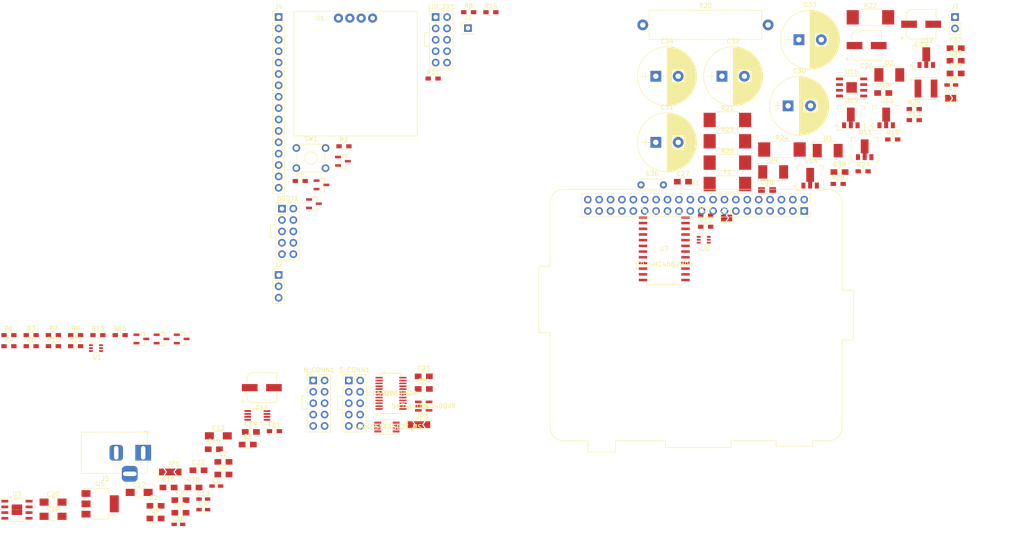
<source format=kicad_pcb>
(kicad_pcb (version 20171130) (host pcbnew "(5.1.6-0-10_14)")
  (layers (0 F.Cu signal) (31 B.Cu signal) (34 B.Paste user) (35 F.Paste user) (36 B.SilkS user) (37 F.SilkS user) (38 B.Mask user) (39 F.Mask user) (44 Edge.Cuts user))
  (net 0 "")
  (net 1 12V)
  (net 2 BODY_HEATER1B)
  (net 3 THERM_WELL)
  (net 4 FAN_BLACK_GND1)
  (net 5 GNDA)
  (net 6 FAN_BLACK_GND2)
  (net 7 THERM_EXT3)
  (net 8 BODY_HEATER2B)
  (net 9 GND)
  (net 10 "Net-(C6-Pad2)")
  (net 11 3V3A)
  (net 12 3V3D)
  (net 13 "Net-(C12-Pad1)")
  (net 14 "Net-(C12-Pad2)")
  (net 15 "Net-(C16-Pad2)")
  (net 16 "Net-(C17-Pad2)")
  (net 17 5V_UPS)
  (net 18 12V_BD_VIN)
  (net 19 "Net-(C30-Pad2)")
  (net 20 "Net-(C30-Pad1)")
  (net 21 "Net-(C31-Pad2)")
  (net 22 "Net-(C32-Pad2)")
  (net 23 "Net-(C33-Pad2)")
  (net 24 "Net-(C36-Pad1)")
  (net 25 "Net-(C37-Pad1)")
  (net 26 /SheetSupercap/BD_BOOT)
  (net 27 /SheetSupercap/BD_SW)
  (net 28 I2C_SCL)
  (net 29 I2C_SDA)
  (net 30 "Net-(D3-Pad1)")
  (net 31 "Net-(FB1-Pad1)")
  (net 32 THERM_R_SWITCH)
  (net 33 "Net-(J1-Pad26)")
  (net 34 MUX_SELECT)
  (net 35 SPI_MISO)
  (net 36 /FAN1)
  (net 37 MUX_S3)
  (net 38 AMP_GAIN_SW)
  (net 39 /FAN2)
  (net 40 SPI_SWITCH)
  (net 41 /3V3_RASP)
  (net 42 /LID_HEATER2)
  (net 43 /WELL_HEATER1)
  (net 44 GPIO25)
  (net 45 SPI_MOSI)
  (net 46 MUX_S2)
  (net 47 /LID_HEATER1)
  (net 48 MUX_S1)
  (net 49 /WELL_HEATER2)
  (net 50 ADC_DRDY)
  (net 51 SPI_SCLK)
  (net 52 MUX_S0)
  (net 53 LED_LAT)
  (net 54 THERM_EXT2)
  (net 55 THERM_EXT1)
  (net 56 THERM_MUX_OUT)
  (net 57 PD_REF_PWM)
  (net 58 -1V)
  (net 59 "Net-(JP2-Pad1)")
  (net 60 LED_BLANK)
  (net 61 "Net-(JP3-Pad3)")
  (net 62 LID_HEATER2B)
  (net 63 THERM_LID2)
  (net 64 THERM_LID1)
  (net 65 THERM_AIR)
  (net 66 LID_HEATER1B)
  (net 67 N_LED_OUT5)
  (net 68 N_LED_OUT6)
  (net 69 N_LED_OUT8)
  (net 70 N_LED_OUT7)
  (net 71 N_LED_OUT3)
  (net 72 N_LED_OUT4)
  (net 73 N_LED_OUT1)
  (net 74 N_LED_OUT2)
  (net 75 "Net-(Q1-Pad1)")
  (net 76 "Net-(Q2-Pad1)")
  (net 77 "Net-(Q3-Pad1)")
  (net 78 "Net-(Q4-Pad1)")
  (net 79 "Net-(Q5-Pad1)")
  (net 80 "Net-(Q6-Pad1)")
  (net 81 "Net-(R17-Pad2)")
  (net 82 VIN_SENSE)
  (net 83 "Net-(R26-Pad2)")
  (net 84 /SheetSupercap/BD_FB)
  (net 85 S_LED_OUT2)
  (net 86 S_LED_OUT1)
  (net 87 S_LED_OUT4)
  (net 88 S_LED_OUT3)
  (net 89 S_LED_OUT7)
  (net 90 S_LED_OUT8)
  (net 91 S_LED_OUT6)
  (net 92 S_LED_OUT5)
  (net 93 LED_SPI_MOSI)
  (net 94 /LED/LED_IREF)
  (module Ninja-qPCR:Con_2x05 (layer F.Cu) (at 128.260001 90.875001)
    (fp_text reference BODY1 (at 1.27 -2.33) (layer F.SilkS))
    (fp_text value Conn_02x05)
    (pad 1 thru_hole rect (at 0 0) (size 1.7 1.7) (drill 1) (layers *.Cu *.Mask) (net 1 12V))
    (pad 2 thru_hole oval (at 2.54 0) (size 1.7 1.7) (drill 1) (layers *.Cu *.Mask) (net 2 BODY_HEATER1B))
    (pad 3 thru_hole oval (at 0 2.54) (size 1.7 1.7) (drill 1) (layers *.Cu *.Mask) (net 3 THERM_WELL))
    (pad 4 thru_hole oval (at 2.54 2.54) (size 1.7 1.7) (drill 1) (layers *.Cu *.Mask) (net 4 FAN_BLACK_GND1))
    (pad 5 thru_hole oval (at 0 5.08) (size 1.7 1.7) (drill 1) (layers *.Cu *.Mask) (net 1 12V))
    (pad 6 thru_hole oval (at 2.54 5.08) (size 1.7 1.7) (drill 1) (layers *.Cu *.Mask) (net 5 GNDA))
    (pad 7 thru_hole oval (at 0 7.62) (size 1.7 1.7) (drill 1) (layers *.Cu *.Mask) (net 6 FAN_BLACK_GND2))
    (pad 8 thru_hole oval (at 2.54 7.62) (size 1.7 1.7) (drill 1) (layers *.Cu *.Mask) (net 7 THERM_EXT3))
    (pad 9 thru_hole oval (at 0 10.16) (size 1.7 1.7) (drill 1) (layers *.Cu *.Mask) (net 1 12V))
    (pad 10 thru_hole oval (at 2.54 10.16) (size 1.7 1.7) (drill 1) (layers *.Cu *.Mask) (net 8 BODY_HEATER2B))
  )
  (module Capacitors_SMD:C_0805_HandSoldering (layer F.Cu) (at 115.205001 150.200001)
    (fp_text reference C1 (at 0 -1.75) (layer F.SilkS))
    (fp_text value 22uF)
    (pad 2 smd rect (at 1.25 0) (size 1.5 1.25) (layers F.Cu F.Paste F.Mask) (net 9 GND))
    (pad 1 smd rect (at -1.25 0) (size 1.5 1.25) (layers F.Cu F.Paste F.Mask) (net 1 12V))
  )
  (module Capacitors_SMD:C_0805_HandSoldering (layer F.Cu) (at 115.205001 147.380001)
    (fp_text reference C2 (at 0 -1.75) (layer F.SilkS))
    (fp_text value 22uF)
    (pad 2 smd rect (at 1.25 0) (size 1.5 1.25) (layers F.Cu F.Paste F.Mask) (net 9 GND))
    (pad 1 smd rect (at -1.25 0) (size 1.5 1.25) (layers F.Cu F.Paste F.Mask) (net 1 12V))
  )
  (module Capacitors_SMD:C_0805_HandSoldering (layer F.Cu) (at 120.625001 143.520001)
    (fp_text reference C3 (at 0 -1.75) (layer F.SilkS))
    (fp_text value 0.1uF)
    (pad 1 smd rect (at -1.25 0) (size 1.5 1.25) (layers F.Cu F.Paste F.Mask) (net 1 12V))
    (pad 2 smd rect (at 1.25 0) (size 1.5 1.25) (layers F.Cu F.Paste F.Mask) (net 9 GND))
  )
  (module Capacitors_SMD:C_0603_HandSoldering (layer F.Cu) (at 110.725001 158.035001)
    (fp_text reference C4 (at 0 -1.25) (layer F.SilkS))
    (fp_text value 0.01uF)
    (pad 1 smd rect (at -0.95 0) (size 1.2 0.75) (layers F.Cu F.Paste F.Mask) (net 1 12V))
    (pad 2 smd rect (at 0.95 0) (size 1.2 0.75) (layers F.Cu F.Paste F.Mask) (net 9 GND))
  )
  (module Capacitors_SMD:C_0603_HandSoldering (layer F.Cu) (at 113.625001 152.785001)
    (fp_text reference C6 (at 0 -1.25) (layer F.SilkS))
    (fp_text value 0.01uF)
    (pad 2 smd rect (at 0.95 0) (size 1.2 0.75) (layers F.Cu F.Paste F.Mask) (net 10 "Net-(C6-Pad2)"))
    (pad 1 smd rect (at -0.95 0) (size 1.2 0.75) (layers F.Cu F.Paste F.Mask) (net 11 3V3A))
  )
  (module Capacitors_SMD:C_0805_HandSoldering (layer F.Cu) (at 105.625001 158.740001)
    (fp_text reference C7 (at 0 -1.75) (layer F.SilkS))
    (fp_text value 22uF)
    (pad 1 smd rect (at -1.25 0) (size 1.5 1.25) (layers F.Cu F.Paste F.Mask) (net 11 3V3A))
    (pad 2 smd rect (at 1.25 0) (size 1.5 1.25) (layers F.Cu F.Paste F.Mask) (net 9 GND))
  )
  (module Capacitors_SMD:C_0805_HandSoldering (layer F.Cu) (at 105.625001 155.920001)
    (fp_text reference C8 (at 0 -1.75) (layer F.SilkS))
    (fp_text value 820pF)
    (pad 2 smd rect (at 1.25 0) (size 1.5 1.25) (layers F.Cu F.Paste F.Mask) (net 9 GND))
    (pad 1 smd rect (at -1.25 0) (size 1.5 1.25) (layers F.Cu F.Paste F.Mask) (net 11 3V3A))
  )
  (module Capacitors_SMD:C_0805_HandSoldering (layer F.Cu) (at 100.075001 160.010001)
    (fp_text reference C9 (at 0 -1.75) (layer F.SilkS))
    (fp_text value 10uF)
    (pad 2 smd rect (at 1.25 0) (size 1.5 1.25) (layers F.Cu F.Paste F.Mask) (net 12 3V3D))
    (pad 1 smd rect (at -1.25 0) (size 1.5 1.25) (layers F.Cu F.Paste F.Mask) (net 9 GND))
  )
  (module Capacitors_SMD:C_0805_HandSoldering (layer F.Cu) (at 108.525001 153.100001)
    (fp_text reference C10 (at 0 -1.75) (layer F.SilkS))
    (fp_text value 10uF)
    (pad 1 smd rect (at -1.25 0) (size 1.5 1.25) (layers F.Cu F.Paste F.Mask) (net 9 GND))
    (pad 2 smd rect (at 1.25 0) (size 1.5 1.25) (layers F.Cu F.Paste F.Mask) (net 12 3V3D))
  )
  (module Capacitors_SMD:CP_Elec_6.3x5.8 (layer F.Cu) (at 123.775001 130.815001)
    (fp_text reference C11 (at 0 4.56) (layer F.SilkS))
    (fp_text value 100uF)
    (fp_text user + (at -4.28 3.01) (layer F.SilkS))
    (pad 1 smd rect (at -2.7 0 180) (size 3.5 1.6) (layers F.Cu F.Paste F.Mask) (net 1 12V))
    (pad 2 smd rect (at 2.7 0 180) (size 3.5 1.6) (layers F.Cu F.Paste F.Mask) (net 9 GND))
  )
  (module Capacitors_SMD:C_1206_HandSoldering (layer F.Cu) (at 114.075001 141.570001)
    (fp_text reference C12 (at 0 -1.75) (layer F.SilkS))
    (fp_text value DNP)
    (pad 1 smd rect (at -2 0) (size 2 1.6) (layers F.Cu F.Paste F.Mask) (net 13 "Net-(C12-Pad1)"))
    (pad 2 smd rect (at 2 0) (size 2 1.6) (layers F.Cu F.Paste F.Mask) (net 14 "Net-(C12-Pad2)"))
  )
  (module Capacitors_SMD:C_0603_HandSoldering (layer F.Cu) (at 110.725001 155.685001)
    (fp_text reference C13 (at 0 -1.25) (layer F.SilkS))
    (fp_text value 4.7uF)
    (pad 2 smd rect (at 0.95 0) (size 1.2 0.75) (layers F.Cu F.Paste F.Mask) (net 14 "Net-(C12-Pad2)"))
    (pad 1 smd rect (at -0.95 0) (size 1.2 0.75) (layers F.Cu F.Paste F.Mask) (net 13 "Net-(C12-Pad1)"))
  )
  (module Capacitors_SMD:C_0805_HandSoldering (layer F.Cu) (at 121.325001 140.700001)
    (fp_text reference C14 (at 0 -1.75) (layer F.SilkS))
    (fp_text value 22uF)
    (pad 1 smd rect (at -1.25 0) (size 1.5 1.25) (layers F.Cu F.Paste F.Mask) (net 1 12V))
    (pad 2 smd rect (at 1.25 0) (size 1.5 1.25) (layers F.Cu F.Paste F.Mask) (net 9 GND))
  )
  (module Capacitors_SMD:C_0805_HandSoldering (layer F.Cu) (at 102.975001 153.100001)
    (fp_text reference C15 (at 0 -1.75) (layer F.SilkS))
    (fp_text value 0.1uF)
    (pad 2 smd rect (at 1.25 0) (size 1.5 1.25) (layers F.Cu F.Paste F.Mask) (net 9 GND))
    (pad 1 smd rect (at -1.25 0) (size 1.5 1.25) (layers F.Cu F.Paste F.Mask) (net 1 12V))
  )
  (module Capacitors_SMD:C_1206_HandSoldering (layer F.Cu) (at 77.225001 159.530001)
    (fp_text reference C16 (at 0 -1.75) (layer F.SilkS))
    (fp_text value 470nF)
    (pad 1 smd rect (at -2 0) (size 2 1.6) (layers F.Cu F.Paste F.Mask) (net 9 GND))
    (pad 2 smd rect (at 2 0) (size 2 1.6) (layers F.Cu F.Paste F.Mask) (net 15 "Net-(C16-Pad2)"))
  )
  (module Capacitors_SMD:C_1206_HandSoldering (layer F.Cu) (at 96.425001 154.200001)
    (fp_text reference C17 (at 0 -1.75) (layer F.SilkS))
    (fp_text value DNP)
    (pad 2 smd rect (at 2 0) (size 2 1.6) (layers F.Cu F.Paste F.Mask) (net 16 "Net-(C17-Pad2)"))
    (pad 1 smd rect (at -2 0) (size 2 1.6) (layers F.Cu F.Paste F.Mask) (net 9 GND))
  )
  (module Capacitors_SMD:C_0603_HandSoldering (layer F.Cu) (at 105.175001 161.325001)
    (fp_text reference C18 (at 0 -1.25) (layer F.SilkS))
    (fp_text value 4.7uF)
    (pad 2 smd rect (at 0.95 0) (size 1.2 0.75) (layers F.Cu F.Paste F.Mask) (net 16 "Net-(C17-Pad2)"))
    (pad 1 smd rect (at -0.95 0) (size 1.2 0.75) (layers F.Cu F.Paste F.Mask) (net 9 GND))
  )
  (module Capacitors_SMD:C_0805_HandSoldering (layer F.Cu) (at 113.075001 144.560001)
    (fp_text reference C19 (at 0 -1.75) (layer F.SilkS))
    (fp_text value 22uF)
    (pad 2 smd rect (at 1.25 0) (size 1.5 1.25) (layers F.Cu F.Paste F.Mask) (net 15 "Net-(C16-Pad2)"))
    (pad 1 smd rect (at -1.25 0) (size 1.5 1.25) (layers F.Cu F.Paste F.Mask) (net 9 GND))
  )
  (module Capacitors_SMD:C_1206_HandSoldering (layer F.Cu) (at 77.225001 156.370001)
    (fp_text reference C20 (at 0 -1.75) (layer F.SilkS))
    (fp_text value DNP)
    (pad 2 smd rect (at 2 0) (size 2 1.6) (layers F.Cu F.Paste F.Mask) (net 15 "Net-(C16-Pad2)"))
    (pad 1 smd rect (at -2 0) (size 2 1.6) (layers F.Cu F.Paste F.Mask) (net 9 GND))
  )
  (module Capacitors_SMD:C_0805_HandSoldering (layer F.Cu) (at 100.075001 157.190001)
    (fp_text reference C21 (at 0 -1.75) (layer F.SilkS))
    (fp_text value 22uF)
    (pad 1 smd rect (at -1.25 0) (size 1.5 1.25) (layers F.Cu F.Paste F.Mask) (net 12 3V3D))
    (pad 2 smd rect (at 1.25 0) (size 1.5 1.25) (layers F.Cu F.Paste F.Mask) (net 9 GND))
  )
  (module Capacitors_SMD:C_0805_HandSoldering (layer F.Cu) (at 109.655001 149.250001)
    (fp_text reference C22 (at 0 -1.75) (layer F.SilkS))
    (fp_text value 0.1uF)
    (pad 2 smd rect (at 1.25 0) (size 1.5 1.25) (layers F.Cu F.Paste F.Mask) (net 9 GND))
    (pad 1 smd rect (at -1.25 0) (size 1.5 1.25) (layers F.Cu F.Paste F.Mask) (net 12 3V3D))
  )
  (module Capacitors_SMD:C_0805_HandSoldering (layer F.Cu) (at 159.875001 128.300001)
    (fp_text reference C23 (at 0 -1.75) (layer F.SilkS))
    (fp_text value 0.1uF?)
    (pad 2 smd rect (at 1.25 0) (size 1.5 1.25) (layers F.Cu F.Paste F.Mask) (net 9 GND))
    (pad 1 smd rect (at -1.25 0) (size 1.5 1.25) (layers F.Cu F.Paste F.Mask) (net 12 3V3D))
  )
  (module Capacitors_SMD:C_0805_HandSoldering (layer F.Cu) (at 159.875001 131.120001)
    (fp_text reference C24 (at 0 -1.75) (layer F.SilkS))
    (fp_text value 0.1uF?)
    (pad 1 smd rect (at -1.25 0) (size 1.5 1.25) (layers F.Cu F.Paste F.Mask) (net 17 5V_UPS))
    (pad 2 smd rect (at 1.25 0) (size 1.5 1.25) (layers F.Cu F.Paste F.Mask) (net 9 GND))
  )
  (module Capacitors_SMD:CP_Elec_6.3x5.8 (layer F.Cu) (at 270.765001 49.725001)
    (fp_text reference C25 (at 0 4.56) (layer F.SilkS))
    (fp_text value 100uF)
    (fp_text user + (at -4.28 3.01) (layer F.SilkS))
    (pad 2 smd rect (at 2.7 0 180) (size 3.5 1.6) (layers F.Cu F.Paste F.Mask) (net 9 GND))
    (pad 1 smd rect (at -2.7 0 180) (size 3.5 1.6) (layers F.Cu F.Paste F.Mask) (net 18 12V_BD_VIN))
  )
  (module Capacitors_SMD:CP_Elec_6.3x5.8 (layer F.Cu) (at 258.605001 54.485001)
    (fp_text reference C26 (at 0 4.56) (layer F.SilkS))
    (fp_text value 100uF)
    (fp_text user + (at -4.28 3.01) (layer F.SilkS))
    (pad 2 smd rect (at 2.7 0 180) (size 3.5 1.6) (layers F.Cu F.Paste F.Mask) (net 9 GND))
    (pad 1 smd rect (at -2.7 0 180) (size 3.5 1.6) (layers F.Cu F.Paste F.Mask) (net 18 12V_BD_VIN))
  )
  (module Capacitors_SMD:C_0805_HandSoldering (layer F.Cu) (at 217.655001 84.860001)
    (fp_text reference C27 (at 0 -1.75) (layer F.SilkS))
    (fp_text value 10uF)
    (pad 1 smd rect (at -1.25 0) (size 1.5 1.25) (layers F.Cu F.Paste F.Mask) (net 18 12V_BD_VIN))
    (pad 2 smd rect (at 1.25 0) (size 1.5 1.25) (layers F.Cu F.Paste F.Mask) (net 9 GND))
  )
  (module Capacitors_SMD:C_0805_HandSoldering (layer F.Cu) (at 236.415001 86.720001)
    (fp_text reference C28 (at 0 -1.75) (layer F.SilkS))
    (fp_text value 10uF)
    (pad 1 smd rect (at -1.25 0) (size 1.5 1.25) (layers F.Cu F.Paste F.Mask) (net 18 12V_BD_VIN))
    (pad 2 smd rect (at 1.25 0) (size 1.5 1.25) (layers F.Cu F.Paste F.Mask) (net 9 GND))
  )
  (module Capacitors_SMD:C_0805_HandSoldering (layer F.Cu) (at 278.455001 60.700001)
    (fp_text reference C29 (at 0 -1.75) (layer F.SilkS))
    (fp_text value 0.1uF)
    (pad 2 smd rect (at 1.25 0) (size 1.5 1.25) (layers F.Cu F.Paste F.Mask) (net 9 GND))
    (pad 1 smd rect (at -1.25 0) (size 1.5 1.25) (layers F.Cu F.Paste F.Mask) (net 18 12V_BD_VIN))
  )
  (module Capacitors_ThroughHole:CP_Radial_D13.0mm_P5.00mm (layer F.Cu) (at 241.105001 67.925001)
    (fp_text reference C30 (at 2.5 -7.81) (layer F.SilkS))
    (fp_text value 10F2.7V)
    (pad 2 thru_hole circle (at 5 0) (size 2.4 2.4) (drill 1.2) (layers *.Cu *.Mask) (net 19 "Net-(C30-Pad2)"))
    (pad 1 thru_hole rect (at 0 0) (size 2.4 2.4) (drill 1.2) (layers *.Cu *.Mask) (net 20 "Net-(C30-Pad1)"))
  )
  (module Capacitors_ThroughHole:CP_Radial_D13.0mm_P5.00mm (layer F.Cu) (at 211.605001 76.075001)
    (fp_text reference C31 (at 2.5 -7.81) (layer F.SilkS))
    (fp_text value 10F2.7V)
    (pad 1 thru_hole rect (at 0 0) (size 2.4 2.4) (drill 1.2) (layers *.Cu *.Mask) (net 19 "Net-(C30-Pad2)"))
    (pad 2 thru_hole circle (at 5 0) (size 2.4 2.4) (drill 1.2) (layers *.Cu *.Mask) (net 21 "Net-(C31-Pad2)"))
  )
  (module Capacitors_ThroughHole:CP_Radial_D13.0mm_P5.00mm (layer F.Cu) (at 226.355001 61.325001)
    (fp_text reference C32 (at 2.5 -7.81) (layer F.SilkS))
    (fp_text value 10F2.7V)
    (pad 2 thru_hole circle (at 5 0) (size 2.4 2.4) (drill 1.2) (layers *.Cu *.Mask) (net 22 "Net-(C32-Pad2)"))
    (pad 1 thru_hole rect (at 0 0) (size 2.4 2.4) (drill 1.2) (layers *.Cu *.Mask) (net 21 "Net-(C31-Pad2)"))
  )
  (module Capacitors_ThroughHole:CP_Radial_D13.0mm_P5.00mm (layer F.Cu) (at 243.505001 53.175001)
    (fp_text reference C33 (at 2.5 -7.81) (layer F.SilkS))
    (fp_text value 10F2.7V)
    (pad 1 thru_hole rect (at 0 0) (size 2.4 2.4) (drill 1.2) (layers *.Cu *.Mask) (net 22 "Net-(C32-Pad2)"))
    (pad 2 thru_hole circle (at 5 0) (size 2.4 2.4) (drill 1.2) (layers *.Cu *.Mask) (net 23 "Net-(C33-Pad2)"))
  )
  (module Capacitors_ThroughHole:CP_Radial_D13.0mm_P5.00mm (layer F.Cu) (at 211.605001 61.325001)
    (fp_text reference C34 (at 2.5 -7.81) (layer F.SilkS))
    (fp_text value 10F2.7V)
    (pad 2 thru_hole circle (at 5 0) (size 2.4 2.4) (drill 1.2) (layers *.Cu *.Mask) (net 9 GND))
    (pad 1 thru_hole rect (at 0 0) (size 2.4 2.4) (drill 1.2) (layers *.Cu *.Mask) (net 23 "Net-(C33-Pad2)"))
  )
  (module Capacitors_SMD:C_0603_HandSoldering (layer F.Cu) (at 277.495001 63.285001)
    (fp_text reference C35 (at 0 -1.25) (layer F.SilkS))
    (fp_text value 0.01uF)
    (pad 1 smd rect (at -0.95 0) (size 1.2 0.75) (layers F.Cu F.Paste F.Mask) (net 18 12V_BD_VIN))
    (pad 2 smd rect (at 0.95 0) (size 1.2 0.75) (layers F.Cu F.Paste F.Mask) (net 9 GND))
  )
  (module Capacitors_ThroughHole:C_Disc_D5.0mm_W2.5mm_P5.00mm (layer F.Cu) (at 208.305001 85.575001)
    (fp_text reference C36 (at 2.5 -2.56) (layer F.SilkS))
    (fp_text value 3300pF)
    (pad 2 thru_hole circle (at 5 0) (size 1.6 1.6) (drill 0.8) (layers *.Cu *.Mask) (net 9 GND))
    (pad 1 thru_hole circle (at 0 0) (size 1.6 1.6) (drill 0.8) (layers *.Cu *.Mask) (net 24 "Net-(C36-Pad1)"))
  )
  (module Capacitors_SMD:C_0805_HandSoldering (layer F.Cu) (at 278.455001 55.060001)
    (fp_text reference C37 (at 0 -1.75) (layer F.SilkS))
    (fp_text value 1uF)
    (pad 2 smd rect (at 1.25 0) (size 1.5 1.25) (layers F.Cu F.Paste F.Mask) (net 9 GND))
    (pad 1 smd rect (at -1.25 0) (size 1.5 1.25) (layers F.Cu F.Paste F.Mask) (net 25 "Net-(C37-Pad1)"))
  )
  (module Capacitors_SMD:C_0805_HandSoldering (layer F.Cu) (at 252.565001 82.710001)
    (fp_text reference C38 (at 0 -1.75) (layer F.SilkS))
    (fp_text value 0.1uF)
    (pad 1 smd rect (at -1.25 0) (size 1.5 1.25) (layers F.Cu F.Paste F.Mask) (net 26 /SheetSupercap/BD_BOOT))
    (pad 2 smd rect (at 1.25 0) (size 1.5 1.25) (layers F.Cu F.Paste F.Mask) (net 27 /SheetSupercap/BD_SW))
  )
  (module Capacitors_SMD:C_0805_HandSoldering (layer F.Cu) (at 278.455001 57.880001)
    (fp_text reference C39 (at 0 -1.75) (layer F.SilkS))
    (fp_text value 22uF)
    (pad 2 smd rect (at 1.25 0) (size 1.5 1.25) (layers F.Cu F.Paste F.Mask) (net 9 GND))
    (pad 1 smd rect (at -1.25 0) (size 1.5 1.25) (layers F.Cu F.Paste F.Mask) (net 17 5V_UPS))
  )
  (module Capacitors_SMD:C_0805_HandSoldering (layer F.Cu) (at 262.305001 65.070001)
    (fp_text reference C40 (at 0 -1.75) (layer F.SilkS))
    (fp_text value 22uF)
    (pad 1 smd rect (at -1.25 0) (size 1.5 1.25) (layers F.Cu F.Paste F.Mask) (net 17 5V_UPS))
    (pad 2 smd rect (at 1.25 0) (size 1.5 1.25) (layers F.Cu F.Paste F.Mask) (net 9 GND))
  )
  (module Ninja-qPCR:I2C_SSD1306_LCD (layer F.Cu) (at 144.660001 46.860001)
    (fp_text reference D1 (at -7.9 1.5) (layer F.SilkS))
    (fp_text value I2C_SSD1306_LCD)
    (pad 1 thru_hole oval (at -3.81 1.5) (size 2.032 2.032) (drill 1.016) (layers *.Cu *.Mask) (net 9 GND))
    (pad 2 thru_hole oval (at -1.27 1.5) (size 2.032 2.032) (drill 1.016) (layers *.Cu *.Mask) (net 12 3V3D))
    (pad 3 thru_hole oval (at 1.27 1.5) (size 2.032 2.032) (drill 1.016) (layers *.Cu *.Mask) (net 28 I2C_SCL))
    (pad 4 thru_hole oval (at 3.81 1.5) (size 2.032 2.032) (drill 1.016) (layers *.Cu *.Mask) (net 29 I2C_SDA))
    (pad "" np_thru_hole circle (at -11.75 25.8) (size 2 2) (drill 2) (layers *.Cu *.Mask))
    (pad "" np_thru_hole circle (at 11.75 25.8) (size 2 2) (drill 2) (layers *.Cu *.Mask))
    (pad "" np_thru_hole circle (at 11.75 2) (size 2 2) (drill 2) (layers *.Cu *.Mask))
    (pad "" np_thru_hole circle (at -11.75 2) (size 2 2) (drill 2) (layers *.Cu *.Mask))
  )
  (module Diodes_SMD:D_2114 (layer F.Cu) (at 263.665001 61.035001)
    (fp_text reference D2 (at 0 -2.7) (layer F.SilkS))
    (fp_text value D_Schottky)
    (pad 1 smd rect (at -2.325 0) (size 2 3) (layers F.Cu F.Paste F.Mask) (net 1 12V))
    (pad 2 smd rect (at 2.325 0) (size 2 3) (layers F.Cu F.Paste F.Mask) (net 9 GND))
  )
  (module Diodes_SMD:D_2114 (layer F.Cu) (at 249.935001 77.925001)
    (fp_text reference D3 (at 0 -2.7) (layer F.SilkS))
    (fp_text value D)
    (pad 2 smd rect (at 2.325 0) (size 2 3) (layers F.Cu F.Paste F.Mask) (net 1 12V))
    (pad 1 smd rect (at -2.325 0) (size 2 3) (layers F.Cu F.Paste F.Mask) (net 30 "Net-(D3-Pad1)"))
  )
  (module Diodes_SMD:D_2114 (layer F.Cu) (at 237.775001 82.685001)
    (fp_text reference D4 (at 0 -2.7) (layer F.SilkS))
    (fp_text value D)
    (pad 2 smd rect (at 2.325 0) (size 2 3) (layers F.Cu F.Paste F.Mask) (net 20 "Net-(C30-Pad1)"))
    (pad 1 smd rect (at -2.325 0) (size 2 3) (layers F.Cu F.Paste F.Mask) (net 30 "Net-(D3-Pad1)"))
  )
  (module Resistors_SMD:R_2512_HandSoldering (layer F.Cu) (at 227.565001 85.360001)
    (fp_text reference F1 (at 0 -2.6) (layer F.SilkS))
    (fp_text value Fuse)
    (pad 2 smd rect (at 3.95 0) (size 2.7 3.2) (layers F.Cu F.Paste F.Mask) (net 30 "Net-(D3-Pad1)"))
    (pad 1 smd rect (at -3.95 0) (size 2.7 3.2) (layers F.Cu F.Paste F.Mask) (net 18 12V_BD_VIN))
  )
  (module Resistors_SMD:R_0603_HandSoldering (layer F.Cu) (at 126.585001 140.530001)
    (fp_text reference FB1 (at 0 -1.45) (layer F.SilkS))
    (fp_text value 120@100MHz)
    (pad 2 smd rect (at 1.1 0) (size 1.2 0.9) (layers F.Cu F.Paste F.Mask) (net 15 "Net-(C16-Pad2)"))
    (pad 1 smd rect (at -1.1 0) (size 1.2 0.9) (layers F.Cu F.Paste F.Mask) (net 31 "Net-(FB1-Pad1)"))
  )
  (module Ninja-qPCR:Raspberry_Pi_3A+_Socketed_THT_FaceDown_MountingHoles (layer F.Cu) (at 244.7 91.4 270)
    (fp_text reference J1 (at -6.27 24.13) (layer F.SilkS))
    (fp_text value Raspberry_Pi_3A_Plus_wpi)
    (pad "" np_thru_hole circle (at -1.27 53.13) (size 2.75 2.75) (drill 2.75) (layers *.Cu *.Mask))
    (pad "" np_thru_hole circle (at 47.73 -4.87) (size 2.75 2.75) (drill 2.75) (layers *.Cu *.Mask))
    (pad "" np_thru_hole circle (at 47.73 53.13) (size 2.75 2.75) (drill 2.75) (layers *.Cu *.Mask))
    (pad "" np_thru_hole circle (at -1.27 -4.87) (size 2.75 2.75) (drill 2.75) (layers *.Cu *.Mask))
    (pad 40 thru_hole oval (at -2.54 48.26 270) (size 1.7 1.7) (drill 1) (layers *.Cu *.Mask) (net 32 THERM_R_SWITCH))
    (pad 39 thru_hole oval (at 0 48.26 270) (size 1.7 1.7) (drill 1) (layers *.Cu *.Mask) (net 9 GND))
    (pad 26 thru_hole oval (at -2.54 30.48 270) (size 1.7 1.7) (drill 1) (layers *.Cu *.Mask) (net 33 "Net-(J1-Pad26)"))
    (pad 25 thru_hole oval (at 0 30.48 270) (size 1.7 1.7) (drill 1) (layers *.Cu *.Mask) (net 9 GND))
    (pad 22 thru_hole oval (at -2.54 25.4 270) (size 1.7 1.7) (drill 1) (layers *.Cu *.Mask) (net 34 MUX_SELECT))
    (pad 21 thru_hole oval (at 0 25.4 270) (size 1.7 1.7) (drill 1) (layers *.Cu *.Mask) (net 35 SPI_MISO))
    (pad 30 thru_hole oval (at -2.54 35.56 270) (size 1.7 1.7) (drill 1) (layers *.Cu *.Mask) (net 9 GND))
    (pad 29 thru_hole oval (at 0 35.56 270) (size 1.7 1.7) (drill 1) (layers *.Cu *.Mask) (net 36 /FAN1))
    (pad 8 thru_hole oval (at -2.54 7.62 270) (size 1.7 1.7) (drill 1) (layers *.Cu *.Mask) (net 37 MUX_S3))
    (pad 7 thru_hole oval (at 0 7.62 270) (size 1.7 1.7) (drill 1) (layers *.Cu *.Mask) (net 38 AMP_GAIN_SW))
    (pad 32 thru_hole oval (at -2.54 38.1 270) (size 1.7 1.7) (drill 1) (layers *.Cu *.Mask))
    (pad 31 thru_hole oval (at 0 38.1 270) (size 1.7 1.7) (drill 1) (layers *.Cu *.Mask) (net 39 /FAN2))
    (pad 18 thru_hole oval (at -2.54 20.32 270) (size 1.7 1.7) (drill 1) (layers *.Cu *.Mask) (net 40 SPI_SWITCH))
    (pad 17 thru_hole oval (at 0 20.32 270) (size 1.7 1.7) (drill 1) (layers *.Cu *.Mask) (net 41 /3V3_RASP))
    (pad 36 thru_hole oval (at -2.54 43.18 270) (size 1.7 1.7) (drill 1) (layers *.Cu *.Mask))
    (pad 35 thru_hole oval (at 0 43.18 270) (size 1.7 1.7) (drill 1) (layers *.Cu *.Mask) (net 42 /LID_HEATER2))
    (pad 34 thru_hole oval (at -2.54 40.64 270) (size 1.7 1.7) (drill 1) (layers *.Cu *.Mask) (net 9 GND))
    (pad 33 thru_hole oval (at 0 40.64 270) (size 1.7 1.7) (drill 1) (layers *.Cu *.Mask) (net 43 /WELL_HEATER1))
    (pad 38 thru_hole oval (at -2.54 45.72 270) (size 1.7 1.7) (drill 1) (layers *.Cu *.Mask))
    (pad 37 thru_hole oval (at 0 45.72 270) (size 1.7 1.7) (drill 1) (layers *.Cu *.Mask) (net 44 GPIO25))
    (pad 20 thru_hole oval (at -2.54 22.86 270) (size 1.7 1.7) (drill 1) (layers *.Cu *.Mask) (net 9 GND))
    (pad 19 thru_hole oval (at 0 22.86 270) (size 1.7 1.7) (drill 1) (layers *.Cu *.Mask) (net 45 SPI_MOSI))
    (pad 10 thru_hole oval (at -2.54 10.16 270) (size 1.7 1.7) (drill 1) (layers *.Cu *.Mask) (net 46 MUX_S2))
    (pad 9 thru_hole oval (at 0 10.16 270) (size 1.7 1.7) (drill 1) (layers *.Cu *.Mask) (net 9 GND))
    (pad 14 thru_hole oval (at -2.54 15.24 270) (size 1.7 1.7) (drill 1) (layers *.Cu *.Mask) (net 9 GND))
    (pad 13 thru_hole oval (at 0 15.24 270) (size 1.7 1.7) (drill 1) (layers *.Cu *.Mask) (net 47 /LID_HEATER1))
    (pad 28 thru_hole oval (at -2.54 33.02 270) (size 1.7 1.7) (drill 1) (layers *.Cu *.Mask))
    (pad 27 thru_hole oval (at 0 33.02 270) (size 1.7 1.7) (drill 1) (layers *.Cu *.Mask))
    (pad 12 thru_hole oval (at -2.54 12.7 270) (size 1.7 1.7) (drill 1) (layers *.Cu *.Mask) (net 48 MUX_S1))
    (pad 11 thru_hole oval (at 0 12.7 270) (size 1.7 1.7) (drill 1) (layers *.Cu *.Mask) (net 49 /WELL_HEATER2))
    (pad 24 thru_hole oval (at -2.54 27.94 270) (size 1.7 1.7) (drill 1) (layers *.Cu *.Mask) (net 50 ADC_DRDY))
    (pad 23 thru_hole oval (at 0 27.94 270) (size 1.7 1.7) (drill 1) (layers *.Cu *.Mask) (net 51 SPI_SCLK))
    (pad 1 thru_hole rect (at 0 0 270) (size 1.7 1.7) (drill 1) (layers *.Cu *.Mask) (net 41 /3V3_RASP))
    (pad 2 thru_hole oval (at -2.54 0 270) (size 1.7 1.7) (drill 1) (layers *.Cu *.Mask) (net 17 5V_UPS))
    (pad 5 thru_hole oval (at 0 5.08 270) (size 1.7 1.7) (drill 1) (layers *.Cu *.Mask) (net 28 I2C_SCL))
    (pad 4 thru_hole oval (at -2.54 2.54 270) (size 1.7 1.7) (drill 1) (layers *.Cu *.Mask) (net 17 5V_UPS))
    (pad 16 thru_hole oval (at -2.54 17.78 270) (size 1.7 1.7) (drill 1) (layers *.Cu *.Mask) (net 52 MUX_S0))
    (pad 15 thru_hole oval (at 0 17.78 270) (size 1.7 1.7) (drill 1) (layers *.Cu *.Mask) (net 53 LED_LAT))
    (pad 3 thru_hole oval (at 0 2.54 270) (size 1.7 1.7) (drill 1) (layers *.Cu *.Mask) (net 29 I2C_SDA))
    (pad 6 thru_hole oval (at -2.54 5.08 270) (size 1.7 1.7) (drill 1) (layers *.Cu *.Mask) (net 9 GND))
  )
  (module Pin_Headers:Pin_Header_Straight_1x03_Pitch2.54mm (layer F.Cu) (at 127.525001 105.675001)
    (fp_text reference J2 (at 0 -2.33) (layer F.SilkS))
    (fp_text value Conn_01x03_Male)
    (pad 3 thru_hole oval (at 0 5.08) (size 1.7 1.7) (drill 1) (layers *.Cu *.Mask) (net 7 THERM_EXT3))
    (pad 2 thru_hole oval (at 0 2.54) (size 1.7 1.7) (drill 1) (layers *.Cu *.Mask) (net 54 THERM_EXT2))
    (pad 1 thru_hole rect (at 0 0) (size 1.7 1.7) (drill 1) (layers *.Cu *.Mask) (net 55 THERM_EXT1))
  )
  (module Pin_Headers:Pin_Header_Straight_1x01_Pitch2.54mm (layer F.Cu) (at 169.725001 50.605001)
    (fp_text reference J3 (at 0 -2.33) (layer F.SilkS))
    (fp_text value Conn_01x01_Male)
    (pad 1 thru_hole rect (at 0 0) (size 1.7 1.7) (drill 1) (layers *.Cu *.Mask) (net 44 GPIO25))
  )
  (module Pin_Headers:Pin_Header_Straight_1x16_Pitch2.54mm (layer F.Cu) (at 127.525001 48.125001)
    (fp_text reference J4 (at 0 -2.33) (layer F.SilkS))
    (fp_text value Conn_01x16_Male)
    (pad 16 thru_hole oval (at 0 38.1) (size 1.7 1.7) (drill 1) (layers *.Cu *.Mask) (net 38 AMP_GAIN_SW))
    (pad 15 thru_hole oval (at 0 35.56) (size 1.7 1.7) (drill 1) (layers *.Cu *.Mask) (net 56 THERM_MUX_OUT))
    (pad 14 thru_hole oval (at 0 33.02) (size 1.7 1.7) (drill 1) (layers *.Cu *.Mask) (net 29 I2C_SDA))
    (pad 13 thru_hole oval (at 0 30.48) (size 1.7 1.7) (drill 1) (layers *.Cu *.Mask) (net 28 I2C_SCL))
    (pad 12 thru_hole oval (at 0 27.94) (size 1.7 1.7) (drill 1) (layers *.Cu *.Mask) (net 50 ADC_DRDY))
    (pad 11 thru_hole oval (at 0 25.4) (size 1.7 1.7) (drill 1) (layers *.Cu *.Mask) (net 57 PD_REF_PWM))
    (pad 10 thru_hole oval (at 0 22.86) (size 1.7 1.7) (drill 1) (layers *.Cu *.Mask) (net 34 MUX_SELECT))
    (pad 9 thru_hole oval (at 0 20.32) (size 1.7 1.7) (drill 1) (layers *.Cu *.Mask) (net 52 MUX_S0))
    (pad 8 thru_hole oval (at 0 17.78) (size 1.7 1.7) (drill 1) (layers *.Cu *.Mask) (net 48 MUX_S1))
    (pad 7 thru_hole oval (at 0 15.24) (size 1.7 1.7) (drill 1) (layers *.Cu *.Mask) (net 46 MUX_S2))
    (pad 6 thru_hole oval (at 0 12.7) (size 1.7 1.7) (drill 1) (layers *.Cu *.Mask) (net 37 MUX_S3))
    (pad 5 thru_hole oval (at 0 10.16) (size 1.7 1.7) (drill 1) (layers *.Cu *.Mask) (net 11 3V3A))
    (pad 4 thru_hole oval (at 0 7.62) (size 1.7 1.7) (drill 1) (layers *.Cu *.Mask) (net 5 GNDA))
    (pad 3 thru_hole oval (at 0 5.08) (size 1.7 1.7) (drill 1) (layers *.Cu *.Mask) (net 58 -1V))
    (pad 2 thru_hole oval (at 0 2.54) (size 1.7 1.7) (drill 1) (layers *.Cu *.Mask) (net 12 3V3D))
    (pad 1 thru_hole rect (at 0 0) (size 1.7 1.7) (drill 1) (layers *.Cu *.Mask) (net 9 GND))
  )
  (module Connector_BarrelJack:BarrelJack_Horizontal (layer F.Cu) (at 97.325001 145.350001)
    (fp_text reference J5 (at -8.45 5.75) (layer F.SilkS))
    (fp_text value Barrel_Jack_Switch)
    (pad 1 thru_hole rect (at 0 0) (size 3.5 3.5) (drill oval 1 3) (layers *.Cu *.Mask) (net 1 12V))
    (pad 2 thru_hole roundrect (at -6 0) (size 3 3.5) (drill oval 1 3) (layers *.Cu *.Mask) (net 9 GND))
    (pad 3 thru_hole roundrect (at -3 4.7) (size 3.5 3.5) (drill oval 3 1) (layers *.Cu *.Mask) (net 9 GND))
  )
  (module Pin_Headers:Pin_Header_Straight_1x02_Pitch2.54mm (layer F.Cu) (at 278.315001 48.125001)
    (fp_text reference J7 (at 0 -2.33) (layer F.SilkS))
    (fp_text value Conn_01x02_Male)
    (pad 1 thru_hole rect (at 0 0) (size 1.7 1.7) (drill 1) (layers *.Cu *.Mask) (net 18 12V_BD_VIN))
    (pad 2 thru_hole oval (at 0 2.54) (size 1.7 1.7) (drill 1) (layers *.Cu *.Mask) (net 9 GND))
  )
  (module Jumper:SolderJumper-3_P2.0mm_Open_TrianglePad1.0x1.5mm (layer F.Cu) (at 103.355001 149.635001)
    (fp_text reference JP1 (at 0.725 -1.775) (layer F.SilkS))
    (fp_text value Jumper_3_Open)
    (pad 3 smd custom (at 2 0 180) (size 0.3 0.3) (layers F.Cu F.Mask) (net 31 "Net-(FB1-Pad1)") (options (clearance outline) (anchor rect)) (primitives (gr_poly (pts (xy -0.5 -0.75) (xy 0.5 -0.75) (xy 1 0) (xy 0.5 0.75) (xy -0.5 0.75)) (width 0))))
    (pad 2 smd custom (at 0 0) (size 0.3 0.3) (layers F.Cu) (net 58 -1V) (options (clearance outline) (anchor rect)) (primitives (gr_poly (pts (xy -1.2 -0.75) (xy 1.2 -0.75) (xy 0.7 0) (xy 1.2 0.75) (xy -1.2 0.75) (xy -0.7 0)) (width 0))))
    (pad 1 smd custom (at -2 0) (size 0.3 0.3) (layers F.Cu F.Mask) (net 15 "Net-(C16-Pad2)") (options (clearance outline) (anchor rect)) (primitives (gr_poly (pts (xy -0.5 -0.75) (xy 0.5 -0.75) (xy 1 0) (xy 0.5 0.75) (xy -0.5 0.75)) (width 0))))
  )
  (module Jumper:SolderJumper-2_P1.3mm_Open_TrianglePad1.0x1.5mm (layer F.Cu) (at 227.385001 92.965001)
    (fp_text reference JP2 (at 0 -1.8) (layer F.SilkS))
    (fp_text value Jumper_2_Open)
    (pad 2 smd custom (at 0.725 0) (size 0.3 0.3) (layers F.Cu F.Mask) (net 56 THERM_MUX_OUT) (options (clearance outline) (anchor rect)) (primitives (gr_poly (pts (xy -0.65 -0.75) (xy 0.5 -0.75) (xy 0.5 0.75) (xy -0.65 0.75) (xy -0.15 0)) (width 0))))
    (pad 1 smd custom (at -0.725 0) (size 0.3 0.3) (layers F.Cu F.Mask) (net 59 "Net-(JP2-Pad1)") (options (clearance outline) (anchor rect)) (primitives (gr_poly (pts (xy -0.5 -0.75) (xy 0.5 -0.75) (xy 1 0) (xy 0.5 0.75) (xy -0.5 0.75)) (width 0))))
  )
  (module Jumper:SolderJumper-3_P2.0mm_Open_TrianglePad1.0x1.5mm (layer F.Cu) (at 158.805001 139.075001)
    (fp_text reference JP3 (at 0.725 -1.775) (layer F.SilkS))
    (fp_text value Jumper_3_Open)
    (pad 1 smd custom (at -2 0) (size 0.3 0.3) (layers F.Cu F.Mask) (net 57 PD_REF_PWM) (options (clearance outline) (anchor rect)) (primitives (gr_poly (pts (xy -0.5 -0.75) (xy 0.5 -0.75) (xy 1 0) (xy 0.5 0.75) (xy -0.5 0.75)) (width 0))))
    (pad 2 smd custom (at 0 0) (size 0.3 0.3) (layers F.Cu) (net 60 LED_BLANK) (options (clearance outline) (anchor rect)) (primitives (gr_poly (pts (xy -1.2 -0.75) (xy 1.2 -0.75) (xy 0.7 0) (xy 1.2 0.75) (xy -1.2 0.75) (xy -0.7 0)) (width 0))))
    (pad 3 smd custom (at 2 0 180) (size 0.3 0.3) (layers F.Cu F.Mask) (net 61 "Net-(JP3-Pad3)") (options (clearance outline) (anchor rect)) (primitives (gr_poly (pts (xy -0.5 -0.75) (xy 0.5 -0.75) (xy 1 0) (xy 0.5 0.75) (xy -0.5 0.75)) (width 0))))
  )
  (module Jumper:SolderJumper-2_P1.3mm_Open_TrianglePad1.0x1.5mm (layer F.Cu) (at 277.345001 66.235001)
    (fp_text reference JP4 (at 0 -1.8) (layer F.SilkS))
    (fp_text value Jumper)
    (pad 1 smd custom (at -0.725 0) (size 0.3 0.3) (layers F.Cu F.Mask) (net 30 "Net-(D3-Pad1)") (options (clearance outline) (anchor rect)) (primitives (gr_poly (pts (xy -0.5 -0.75) (xy 0.5 -0.75) (xy 1 0) (xy 0.5 0.75) (xy -0.5 0.75)) (width 0))))
    (pad 2 smd custom (at 0.725 0) (size 0.3 0.3) (layers F.Cu F.Mask) (net 18 12V_BD_VIN) (options (clearance outline) (anchor rect)) (primitives (gr_poly (pts (xy -0.65 -0.75) (xy 0.5 -0.75) (xy 0.5 0.75) (xy -0.65 0.75) (xy -0.15 0)) (width 0))))
  )
  (module Ninja-qPCR:IND_VLS5045EX-4R7M (layer F.Cu) (at 271.850001 64.075001)
    (fp_text reference L1 (at 0.175105 -4.637725) (layer F.SilkS) (effects (font (size 1.000591 1.000591) (thickness 0.015))))
    (fp_text value "3.3uH(ALPS GLMC / TDK SPM6530)")
    (pad 2 smd rect (at 1.8 0) (size 1.5 4) (layers F.Cu F.Paste F.Mask) (net 17 5V_UPS))
    (pad 1 smd rect (at -1.8 0) (size 1.5 4) (layers F.Cu F.Paste F.Mask) (net 27 /SheetSupercap/BD_SW))
  )
  (module Ninja-qPCR:Con_2x05 (layer F.Cu) (at 162.530001 48.125001)
    (fp_text reference LID_2X1 (at 1.27 -2.33) (layer F.SilkS))
    (fp_text value Conn_02x05)
    (pad 10 thru_hole oval (at 2.54 10.16) (size 1.7 1.7) (drill 1) (layers *.Cu *.Mask) (net 62 LID_HEATER2B))
    (pad 9 thru_hole oval (at 0 10.16) (size 1.7 1.7) (drill 1) (layers *.Cu *.Mask) (net 1 12V))
    (pad 8 thru_hole oval (at 2.54 7.62) (size 1.7 1.7) (drill 1) (layers *.Cu *.Mask) (net 54 THERM_EXT2))
    (pad 7 thru_hole oval (at 0 7.62) (size 1.7 1.7) (drill 1) (layers *.Cu *.Mask) (net 63 THERM_LID2))
    (pad 6 thru_hole oval (at 2.54 5.08) (size 1.7 1.7) (drill 1) (layers *.Cu *.Mask) (net 5 GNDA))
    (pad 5 thru_hole oval (at 0 5.08) (size 1.7 1.7) (drill 1) (layers *.Cu *.Mask) (net 64 THERM_LID1))
    (pad 4 thru_hole oval (at 2.54 2.54) (size 1.7 1.7) (drill 1) (layers *.Cu *.Mask) (net 55 THERM_EXT1))
    (pad 3 thru_hole oval (at 0 2.54) (size 1.7 1.7) (drill 1) (layers *.Cu *.Mask) (net 65 THERM_AIR))
    (pad 2 thru_hole oval (at 2.54 0) (size 1.7 1.7) (drill 1) (layers *.Cu *.Mask) (net 66 LID_HEATER1B))
    (pad 1 thru_hole rect (at 0 0) (size 1.7 1.7) (drill 1) (layers *.Cu *.Mask) (net 1 12V))
  )
  (module Ninja-qPCR:Con_2x05 (layer F.Cu) (at 135.230001 129.215001)
    (fp_text reference N_CONN1 (at 1.27 -2.33) (layer F.SilkS))
    (fp_text value Conn_02x05)
    (pad 1 thru_hole rect (at 0 0) (size 1.7 1.7) (drill 1) (layers *.Cu *.Mask) (net 67 N_LED_OUT5))
    (pad 2 thru_hole oval (at 2.54 0) (size 1.7 1.7) (drill 1) (layers *.Cu *.Mask) (net 9 GND))
    (pad 3 thru_hole oval (at 0 2.54) (size 1.7 1.7) (drill 1) (layers *.Cu *.Mask) (net 17 5V_UPS))
    (pad 4 thru_hole oval (at 2.54 2.54) (size 1.7 1.7) (drill 1) (layers *.Cu *.Mask) (net 68 N_LED_OUT6))
    (pad 5 thru_hole oval (at 0 5.08) (size 1.7 1.7) (drill 1) (layers *.Cu *.Mask) (net 69 N_LED_OUT8))
    (pad 6 thru_hole oval (at 2.54 5.08) (size 1.7 1.7) (drill 1) (layers *.Cu *.Mask) (net 70 N_LED_OUT7))
    (pad 7 thru_hole oval (at 0 7.62) (size 1.7 1.7) (drill 1) (layers *.Cu *.Mask) (net 71 N_LED_OUT3))
    (pad 8 thru_hole oval (at 2.54 7.62) (size 1.7 1.7) (drill 1) (layers *.Cu *.Mask) (net 72 N_LED_OUT4))
    (pad 9 thru_hole oval (at 0 10.16) (size 1.7 1.7) (drill 1) (layers *.Cu *.Mask) (net 73 N_LED_OUT1))
    (pad 10 thru_hole oval (at 2.54 10.16) (size 1.7 1.7) (drill 1) (layers *.Cu *.Mask) (net 74 N_LED_OUT2))
  )
  (module Ninja-qPCR:SOT95P240X112-3N (layer F.Cu) (at 96.9126 119.950201)
    (fp_text reference Q1 (at 1.753325 -3.582855) (layer F.SilkS) (effects (font (size 1.640669 1.640669) (thickness 0.015))))
    (fp_text value Q_NMOS_GSD)
    (pad 3 smd rect (at 1.0922 0) (size 1.3208 0.5588) (layers F.Cu F.Paste F.Mask) (net 66 LID_HEATER1B))
    (pad 2 smd rect (at -1.0922 0.9398) (size 1.3208 0.5588) (layers F.Cu F.Paste F.Mask) (net 9 GND))
    (pad 1 smd rect (at -1.0922 -0.9398) (size 1.3208 0.5588) (layers F.Cu F.Paste F.Mask) (net 75 "Net-(Q1-Pad1)"))
  )
  (module Ninja-qPCR:SOT95P240X112-3N (layer F.Cu) (at 137.0626 85.570201)
    (fp_text reference Q2 (at 1.753325 -3.582855) (layer F.SilkS) (effects (font (size 1.640669 1.640669) (thickness 0.015))))
    (fp_text value Q_NMOS_GSD)
    (pad 3 smd rect (at 1.0922 0) (size 1.3208 0.5588) (layers F.Cu F.Paste F.Mask) (net 62 LID_HEATER2B))
    (pad 2 smd rect (at -1.0922 0.9398) (size 1.3208 0.5588) (layers F.Cu F.Paste F.Mask) (net 9 GND))
    (pad 1 smd rect (at -1.0922 -0.9398) (size 1.3208 0.5588) (layers F.Cu F.Paste F.Mask) (net 76 "Net-(Q2-Pad1)"))
  )
  (module Ninja-qPCR:SOT95P240X112-3N (layer F.Cu) (at 101.4126 119.950201)
    (fp_text reference Q3 (at 1.753325 -3.582855) (layer F.SilkS) (effects (font (size 1.640669 1.640669) (thickness 0.015))))
    (fp_text value Q_NMOS_GSD)
    (pad 3 smd rect (at 1.0922 0) (size 1.3208 0.5588) (layers F.Cu F.Paste F.Mask) (net 4 FAN_BLACK_GND1))
    (pad 2 smd rect (at -1.0922 0.9398) (size 1.3208 0.5588) (layers F.Cu F.Paste F.Mask) (net 9 GND))
    (pad 1 smd rect (at -1.0922 -0.9398) (size 1.3208 0.5588) (layers F.Cu F.Paste F.Mask) (net 77 "Net-(Q3-Pad1)"))
  )
  (module Ninja-qPCR:SOT95P240X112-3N (layer F.Cu) (at 141.8526 80.300201)
    (fp_text reference Q4 (at 1.753325 -3.582855) (layer F.SilkS) (effects (font (size 1.640669 1.640669) (thickness 0.015))))
    (fp_text value Q_NMOS_GSD)
    (pad 1 smd rect (at -1.0922 -0.9398) (size 1.3208 0.5588) (layers F.Cu F.Paste F.Mask) (net 78 "Net-(Q4-Pad1)"))
    (pad 2 smd rect (at -1.0922 0.9398) (size 1.3208 0.5588) (layers F.Cu F.Paste F.Mask) (net 9 GND))
    (pad 3 smd rect (at 1.0922 0) (size 1.3208 0.5588) (layers F.Cu F.Paste F.Mask) (net 2 BODY_HEATER1B))
  )
  (module Ninja-qPCR:SOT95P240X112-3N (layer F.Cu) (at 135.3826 89.770201)
    (fp_text reference Q5 (at 1.753325 -3.582855) (layer F.SilkS) (effects (font (size 1.640669 1.640669) (thickness 0.015))))
    (fp_text value Q_NMOS_GSD)
    (pad 1 smd rect (at -1.0922 -0.9398) (size 1.3208 0.5588) (layers F.Cu F.Paste F.Mask) (net 79 "Net-(Q5-Pad1)"))
    (pad 2 smd rect (at -1.0922 0.9398) (size 1.3208 0.5588) (layers F.Cu F.Paste F.Mask) (net 9 GND))
    (pad 3 smd rect (at 1.0922 0) (size 1.3208 0.5588) (layers F.Cu F.Paste F.Mask) (net 8 BODY_HEATER2B))
  )
  (module Ninja-qPCR:SOT95P240X112-3N (layer F.Cu) (at 105.9126 119.950201)
    (fp_text reference Q6 (at 1.753325 -3.582855) (layer F.SilkS) (effects (font (size 1.640669 1.640669) (thickness 0.015))))
    (fp_text value Q_NMOS_GSD)
    (pad 1 smd rect (at -1.0922 -0.9398) (size 1.3208 0.5588) (layers F.Cu F.Paste F.Mask) (net 80 "Net-(Q6-Pad1)"))
    (pad 2 smd rect (at -1.0922 0.9398) (size 1.3208 0.5588) (layers F.Cu F.Paste F.Mask) (net 9 GND))
    (pad 3 smd rect (at 1.0922 0) (size 1.3208 0.5588) (layers F.Cu F.Paste F.Mask) (net 6 FAN_BLACK_GND2))
  )
  (module Resistors_SMD:R_0603_HandSoldering (layer F.Cu) (at 67.385001 119.090001)
    (fp_text reference R1 (at 0 -1.45) (layer F.SilkS))
    (fp_text value 1k)
    (pad 2 smd rect (at 1.1 0) (size 1.2 0.9) (layers F.Cu F.Paste F.Mask) (net 47 /LID_HEATER1))
    (pad 1 smd rect (at -1.1 0) (size 1.2 0.9) (layers F.Cu F.Paste F.Mask) (net 75 "Net-(Q1-Pad1)"))
  )
  (module Resistors_SMD:R_0603_HandSoldering (layer F.Cu) (at 142.085001 76.960001)
    (fp_text reference R2 (at 0 -1.45) (layer F.SilkS))
    (fp_text value 1k)
    (pad 2 smd rect (at 1.1 0) (size 1.2 0.9) (layers F.Cu F.Paste F.Mask) (net 42 /LID_HEATER2))
    (pad 1 smd rect (at -1.1 0) (size 1.2 0.9) (layers F.Cu F.Paste F.Mask) (net 76 "Net-(Q2-Pad1)"))
  )
  (module Resistors_SMD:R_0603_HandSoldering (layer F.Cu) (at 72.345001 119.090001)
    (fp_text reference R3 (at 0 -1.45) (layer F.SilkS))
    (fp_text value 1k)
    (pad 2 smd rect (at 1.1 0) (size 1.2 0.9) (layers F.Cu F.Paste F.Mask) (net 36 /FAN1))
    (pad 1 smd rect (at -1.1 0) (size 1.2 0.9) (layers F.Cu F.Paste F.Mask) (net 77 "Net-(Q3-Pad1)"))
  )
  (module Resistors_SMD:R_0603_HandSoldering (layer F.Cu) (at 67.385001 121.570001)
    (fp_text reference R4 (at 0 -1.45) (layer F.SilkS))
    (fp_text value 10k)
    (pad 2 smd rect (at 1.1 0) (size 1.2 0.9) (layers F.Cu F.Paste F.Mask) (net 75 "Net-(Q1-Pad1)"))
    (pad 1 smd rect (at -1.1 0) (size 1.2 0.9) (layers F.Cu F.Paste F.Mask) (net 9 GND))
  )
  (module Resistors_SMD:R_0603_HandSoldering (layer F.Cu) (at 132.335001 84.710001)
    (fp_text reference R5 (at 0 -1.45) (layer F.SilkS))
    (fp_text value 10k)
    (pad 1 smd rect (at -1.1 0) (size 1.2 0.9) (layers F.Cu F.Paste F.Mask) (net 9 GND))
    (pad 2 smd rect (at 1.1 0) (size 1.2 0.9) (layers F.Cu F.Paste F.Mask) (net 76 "Net-(Q2-Pad1)"))
  )
  (module Resistors_SMD:R_0603_HandSoldering (layer F.Cu) (at 72.345001 121.570001)
    (fp_text reference R6 (at 0 -1.45) (layer F.SilkS))
    (fp_text value 10k)
    (pad 1 smd rect (at -1.1 0) (size 1.2 0.9) (layers F.Cu F.Paste F.Mask) (net 9 GND))
    (pad 2 smd rect (at 1.1 0) (size 1.2 0.9) (layers F.Cu F.Paste F.Mask) (net 77 "Net-(Q3-Pad1)"))
  )
  (module Resistors_SMD:R_0603_HandSoldering (layer F.Cu) (at 77.305001 119.090001)
    (fp_text reference R7 (at 0 -1.45) (layer F.SilkS))
    (fp_text value 10k)
    (pad 1 smd rect (at -1.1 0) (size 1.2 0.9) (layers F.Cu F.Paste F.Mask) (net 33 "Net-(J1-Pad26)"))
    (pad 2 smd rect (at 1.1 0) (size 1.2 0.9) (layers F.Cu F.Paste F.Mask) (net 41 /3V3_RASP))
  )
  (module Resistors_SMD:R_0603_HandSoldering (layer F.Cu) (at 169.885001 47.040001)
    (fp_text reference R8 (at 0 -1.45) (layer F.SilkS))
    (fp_text value 1k)
    (pad 1 smd rect (at -1.1 0) (size 1.2 0.9) (layers F.Cu F.Paste F.Mask) (net 78 "Net-(Q4-Pad1)"))
    (pad 2 smd rect (at 1.1 0) (size 1.2 0.9) (layers F.Cu F.Paste F.Mask) (net 43 /WELL_HEATER1))
  )
  (module Resistors_SMD:R_0603_HandSoldering (layer F.Cu) (at 82.265001 119.090001)
    (fp_text reference R9 (at 0 -1.45) (layer F.SilkS))
    (fp_text value 1k)
    (pad 1 smd rect (at -1.1 0) (size 1.2 0.9) (layers F.Cu F.Paste F.Mask) (net 79 "Net-(Q5-Pad1)"))
    (pad 2 smd rect (at 1.1 0) (size 1.2 0.9) (layers F.Cu F.Paste F.Mask) (net 49 /WELL_HEATER2))
  )
  (module Resistors_SMD:R_0603_HandSoldering (layer F.Cu) (at 77.305001 121.570001)
    (fp_text reference R10 (at 0 -1.45) (layer F.SilkS))
    (fp_text value 1k)
    (pad 1 smd rect (at -1.1 0) (size 1.2 0.9) (layers F.Cu F.Paste F.Mask) (net 80 "Net-(Q6-Pad1)"))
    (pad 2 smd rect (at 1.1 0) (size 1.2 0.9) (layers F.Cu F.Paste F.Mask) (net 39 /FAN2))
  )
  (module Resistors_SMD:R_0603_HandSoldering (layer F.Cu) (at 161.955001 61.840001)
    (fp_text reference R11 (at 0 -1.45) (layer F.SilkS))
    (fp_text value 10k)
    (pad 2 smd rect (at 1.1 0) (size 1.2 0.9) (layers F.Cu F.Paste F.Mask) (net 78 "Net-(Q4-Pad1)"))
    (pad 1 smd rect (at -1.1 0) (size 1.2 0.9) (layers F.Cu F.Paste F.Mask) (net 9 GND))
  )
  (module Resistors_SMD:R_0603_HandSoldering (layer F.Cu) (at 82.265001 121.570001)
    (fp_text reference R12 (at 0 -1.45) (layer F.SilkS))
    (fp_text value 10k)
    (pad 2 smd rect (at 1.1 0) (size 1.2 0.9) (layers F.Cu F.Paste F.Mask) (net 79 "Net-(Q5-Pad1)"))
    (pad 1 smd rect (at -1.1 0) (size 1.2 0.9) (layers F.Cu F.Paste F.Mask) (net 9 GND))
  )
  (module Resistors_SMD:R_0603_HandSoldering (layer F.Cu) (at 87.225001 119.090001)
    (fp_text reference R13 (at 0 -1.45) (layer F.SilkS))
    (fp_text value 10k)
    (pad 2 smd rect (at 1.1 0) (size 1.2 0.9) (layers F.Cu F.Paste F.Mask) (net 80 "Net-(Q6-Pad1)"))
    (pad 1 smd rect (at -1.1 0) (size 1.2 0.9) (layers F.Cu F.Paste F.Mask) (net 9 GND))
  )
  (module Resistors_SMD:R_0603_HandSoldering (layer F.Cu) (at 174.845001 47.040001)
    (fp_text reference R14 (at 0 -1.45) (layer F.SilkS))
    (fp_text value 47k)
    (pad 1 smd rect (at -1.1 0) (size 1.2 0.9) (layers F.Cu F.Paste F.Mask) (net 28 I2C_SCL))
    (pad 2 smd rect (at 1.1 0) (size 1.2 0.9) (layers F.Cu F.Paste F.Mask) (net 12 3V3D))
  )
  (module Resistors_SMD:R_0603_HandSoldering (layer F.Cu) (at 92.185001 119.090001)
    (fp_text reference R15 (at 0 -1.45) (layer F.SilkS))
    (fp_text value 47k)
    (pad 2 smd rect (at 1.1 0) (size 1.2 0.9) (layers F.Cu F.Paste F.Mask) (net 12 3V3D))
    (pad 1 smd rect (at -1.1 0) (size 1.2 0.9) (layers F.Cu F.Paste F.Mask) (net 29 I2C_SDA))
  )
  (module Resistors_SMD:R_0603_HandSoldering (layer F.Cu) (at 222.735001 94.910001)
    (fp_text reference R16 (at 0 -1.45) (layer F.SilkS))
    (fp_text value ?k)
    (pad 2 smd rect (at 1.1 0) (size 1.2 0.9) (layers F.Cu F.Paste F.Mask) (net 59 "Net-(JP2-Pad1)"))
    (pad 1 smd rect (at -1.1 0) (size 1.2 0.9) (layers F.Cu F.Paste F.Mask) (net 11 3V3A))
  )
  (module Resistors_SMD:R_0603_HandSoldering (layer F.Cu) (at 222.735001 92.430001)
    (fp_text reference R17 (at 0 -1.45) (layer F.SilkS))
    (fp_text value ?k)
    (pad 2 smd rect (at 1.1 0) (size 1.2 0.9) (layers F.Cu F.Paste F.Mask) (net 81 "Net-(R17-Pad2)"))
    (pad 1 smd rect (at -1.1 0) (size 1.2 0.9) (layers F.Cu F.Paste F.Mask) (net 11 3V3A))
  )
  (module Resistors_SMD:R_0603_HandSoldering (layer F.Cu) (at 269.225001 71.120001)
    (fp_text reference R18 (at 0 -1.45) (layer F.SilkS))
    (fp_text value 10k)
    (pad 2 smd rect (at 1.1 0) (size 1.2 0.9) (layers F.Cu F.Paste F.Mask) (net 82 VIN_SENSE))
    (pad 1 smd rect (at -1.1 0) (size 1.2 0.9) (layers F.Cu F.Paste F.Mask) (net 1 12V))
  )
  (module Resistors_SMD:R_0603_HandSoldering (layer F.Cu) (at 264.435001 75.440001)
    (fp_text reference R19 (at 0 -1.45) (layer F.SilkS))
    (fp_text value 2.2k)
    (pad 1 smd rect (at -1.1 0) (size 1.2 0.9) (layers F.Cu F.Paste F.Mask) (net 82 VIN_SENSE))
    (pad 2 smd rect (at 1.1 0) (size 1.2 0.9) (layers F.Cu F.Paste F.Mask) (net 9 GND))
  )
  (module Resistors_ThroughHole:R_Axial_Power_L25.0mm_W6.4mm_P27.94mm (layer F.Cu) (at 208.705001 49.875001)
    (fp_text reference R20 (at 13.97 -4.26) (layer F.SilkS))
    (fp_text value "8.2Ω 3W")
    (pad 2 thru_hole oval (at 27.94 0) (size 2.4 2.4) (drill 1.2) (layers *.Cu *.Mask) (net 30 "Net-(D3-Pad1)"))
    (pad 1 thru_hole circle (at 0 0) (size 2.4 2.4) (drill 1.2) (layers *.Cu *.Mask) (net 20 "Net-(C30-Pad1)"))
  )
  (module Resistors_SMD:R_2512_HandSoldering (layer F.Cu) (at 227.565001 71.080001)
    (fp_text reference R21 (at 0 -2.6) (layer F.SilkS))
    (fp_text value 1k?W)
    (pad 1 smd rect (at -3.95 0) (size 2.7 3.2) (layers F.Cu F.Paste F.Mask) (net 20 "Net-(C30-Pad1)"))
    (pad 2 smd rect (at 3.95 0) (size 2.7 3.2) (layers F.Cu F.Paste F.Mask) (net 19 "Net-(C30-Pad2)"))
  )
  (module Resistors_SMD:R_2512_HandSoldering (layer F.Cu) (at 259.465001 48.180001)
    (fp_text reference R22 (at 0 -2.6) (layer F.SilkS))
    (fp_text value 1k?W)
    (pad 2 smd rect (at 3.95 0) (size 2.7 3.2) (layers F.Cu F.Paste F.Mask) (net 19 "Net-(C30-Pad2)"))
    (pad 1 smd rect (at -3.95 0) (size 2.7 3.2) (layers F.Cu F.Paste F.Mask) (net 21 "Net-(C31-Pad2)"))
  )
  (module Resistors_SMD:R_2512_HandSoldering (layer F.Cu) (at 227.565001 75.840001)
    (fp_text reference R23 (at 0 -2.6) (layer F.SilkS))
    (fp_text value 1k?W)
    (pad 1 smd rect (at -3.95 0) (size 2.7 3.2) (layers F.Cu F.Paste F.Mask) (net 22 "Net-(C32-Pad2)"))
    (pad 2 smd rect (at 3.95 0) (size 2.7 3.2) (layers F.Cu F.Paste F.Mask) (net 21 "Net-(C31-Pad2)"))
  )
  (module Resistors_SMD:R_2512_HandSoldering (layer F.Cu) (at 239.725001 77.680001)
    (fp_text reference R24 (at 0 -2.6) (layer F.SilkS))
    (fp_text value 1k?W)
    (pad 2 smd rect (at 3.95 0) (size 2.7 3.2) (layers F.Cu F.Paste F.Mask) (net 22 "Net-(C32-Pad2)"))
    (pad 1 smd rect (at -3.95 0) (size 2.7 3.2) (layers F.Cu F.Paste F.Mask) (net 23 "Net-(C33-Pad2)"))
  )
  (module Resistors_SMD:R_2512_HandSoldering (layer F.Cu) (at 227.565001 80.600001)
    (fp_text reference R25 (at 0 -2.6) (layer F.SilkS))
    (fp_text value 1k?W)
    (pad 1 smd rect (at -3.95 0) (size 2.7 3.2) (layers F.Cu F.Paste F.Mask) (net 9 GND))
    (pad 2 smd rect (at 3.95 0) (size 2.7 3.2) (layers F.Cu F.Paste F.Mask) (net 23 "Net-(C33-Pad2)"))
  )
  (module Resistors_SMD:R_0603_HandSoldering (layer F.Cu) (at 269.225001 68.640001)
    (fp_text reference R26 (at 0 -1.45) (layer F.SilkS))
    (fp_text value 220k)
    (pad 1 smd rect (at -1.1 0) (size 1.2 0.9) (layers F.Cu F.Paste F.Mask) (net 17 5V_UPS))
    (pad 2 smd rect (at 1.1 0) (size 1.2 0.9) (layers F.Cu F.Paste F.Mask) (net 83 "Net-(R26-Pad2)"))
  )
  (module Resistors_SMD:R_0603_HandSoldering (layer F.Cu) (at 257.825001 82.540001)
    (fp_text reference R27 (at 0 -1.45) (layer F.SilkS))
    (fp_text value 0)
    (pad 1 smd rect (at -1.1 0) (size 1.2 0.9) (layers F.Cu F.Paste F.Mask) (net 83 "Net-(R26-Pad2)"))
    (pad 2 smd rect (at 1.1 0) (size 1.2 0.9) (layers F.Cu F.Paste F.Mask) (net 84 /SheetSupercap/BD_FB))
  )
  (module Resistors_SMD:R_0603_HandSoldering (layer F.Cu) (at 252.275001 85.360001)
    (fp_text reference R28 (at 0 -1.45) (layer F.SilkS))
    (fp_text value 39k)
    (pad 1 smd rect (at -1.1 0) (size 1.2 0.9) (layers F.Cu F.Paste F.Mask) (net 84 /SheetSupercap/BD_FB))
    (pad 2 smd rect (at 1.1 0) (size 1.2 0.9) (layers F.Cu F.Paste F.Mask) (net 9 GND))
  )
  (module Ninja-qPCR:Con_2x05 (layer F.Cu) (at 143.160001 129.215001)
    (fp_text reference S_CONN1 (at 1.27 -2.33) (layer F.SilkS))
    (fp_text value Conn_02x05)
    (pad 10 thru_hole oval (at 2.54 10.16) (size 1.7 1.7) (drill 1) (layers *.Cu *.Mask) (net 85 S_LED_OUT2))
    (pad 9 thru_hole oval (at 0 10.16) (size 1.7 1.7) (drill 1) (layers *.Cu *.Mask) (net 86 S_LED_OUT1))
    (pad 8 thru_hole oval (at 2.54 7.62) (size 1.7 1.7) (drill 1) (layers *.Cu *.Mask) (net 87 S_LED_OUT4))
    (pad 7 thru_hole oval (at 0 7.62) (size 1.7 1.7) (drill 1) (layers *.Cu *.Mask) (net 88 S_LED_OUT3))
    (pad 6 thru_hole oval (at 2.54 5.08) (size 1.7 1.7) (drill 1) (layers *.Cu *.Mask) (net 89 S_LED_OUT7))
    (pad 5 thru_hole oval (at 0 5.08) (size 1.7 1.7) (drill 1) (layers *.Cu *.Mask) (net 90 S_LED_OUT8))
    (pad 4 thru_hole oval (at 2.54 2.54) (size 1.7 1.7) (drill 1) (layers *.Cu *.Mask) (net 91 S_LED_OUT6))
    (pad 3 thru_hole oval (at 0 2.54) (size 1.7 1.7) (drill 1) (layers *.Cu *.Mask) (net 17 5V_UPS))
    (pad 2 thru_hole oval (at 2.54 0) (size 1.7 1.7) (drill 1) (layers *.Cu *.Mask) (net 9 GND))
    (pad 1 thru_hole rect (at 0 0) (size 1.7 1.7) (drill 1) (layers *.Cu *.Mask) (net 92 S_LED_OUT5))
  )
  (module Ninja-qPCR:SW_TH_Tactile_Omron_B3F-10xx (layer F.Cu) (at 131.475001 77.345001)
    (fp_text reference SW1 (at 3.25 -2.05) (layer F.SilkS))
    (fp_text value TACTILE_4)
    (pad 1 thru_hole circle (at 0 0) (size 1.7 1.7) (drill 1) (layers *.Cu *.Mask) (net 33 "Net-(J1-Pad26)"))
    (pad 2 thru_hole circle (at 6.5 0) (size 1.7 1.7) (drill 1) (layers *.Cu *.Mask) (net 33 "Net-(J1-Pad26)"))
    (pad 3 thru_hole circle (at 0 4.5) (size 1.7 1.7) (drill 1) (layers *.Cu *.Mask) (net 9 GND))
    (pad 4 thru_hole circle (at 6.5 4.5) (size 1.7 1.7) (drill 1) (layers *.Cu *.Mask) (net 9 GND))
  )
  (module Ninja-qPCR:TS5A9411DCKR (layer F.Cu) (at 86.789999 121.998401)
    (fp_text reference U1 (at 0.25 2) (layer F.SilkS))
    (fp_text value TS5A9411DCKR hide)
    (fp_text user * (at -1 -1) (layer F.SilkS))
    (pad 6 smd rect (at 1.125002 -0.650001 90) (size 0.399999 0.850001) (layers F.Cu F.Paste F.Mask))
    (pad 5 smd rect (at 1.125002 0 90) (size 0.399999 0.850001) (layers F.Cu F.Paste F.Mask) (net 45 SPI_MOSI))
    (pad 4 smd rect (at 1.125002 0.649999 90) (size 0.399999 0.850001) (layers F.Cu F.Paste F.Mask) (net 93 LED_SPI_MOSI))
    (pad 3 smd rect (at -1.124999 0.649999 90) (size 0.399999 0.850001) (layers F.Cu F.Paste F.Mask) (net 9 GND))
    (pad 2 smd rect (at -1.124999 0 90) (size 0.399999 0.850001) (layers F.Cu F.Paste F.Mask) (net 12 3V3D))
    (pad 1 smd rect (at -1.124999 -0.650001 90) (size 0.399999 0.850001) (layers F.Cu F.Paste F.Mask) (net 40 SPI_SWITCH))
  )
  (module Housings_SOIC:SOIC-8-1EP_3.9x4.9mm_Pitch1.27mm (layer F.Cu) (at 69.175001 158.065001)
    (fp_text reference U3 (at 0 -3.5) (layer F.SilkS))
    (fp_text value IFX1763)
    (pad 9 smd rect (at -0.5875 -0.5875) (size 1.175 1.175) (layers F.Cu F.Paste F.Mask) (net 9 GND))
    (pad 9 smd rect (at -0.5875 0.5875) (size 1.175 1.175) (layers F.Cu F.Paste F.Mask) (net 9 GND))
    (pad 9 smd rect (at 0.5875 -0.5875) (size 1.175 1.175) (layers F.Cu F.Paste F.Mask) (net 9 GND))
    (pad 9 smd rect (at 0.5875 0.5875) (size 1.175 1.175) (layers F.Cu F.Paste F.Mask) (net 9 GND))
    (pad 8 smd rect (at 2.7 -1.905) (size 1.55 0.6) (layers F.Cu F.Paste F.Mask) (net 1 12V))
    (pad 7 smd rect (at 2.7 -0.635) (size 1.55 0.6) (layers F.Cu F.Paste F.Mask))
    (pad 6 smd rect (at 2.7 0.635) (size 1.55 0.6) (layers F.Cu F.Paste F.Mask) (net 9 GND))
    (pad 5 smd rect (at 2.7 1.905) (size 1.55 0.6) (layers F.Cu F.Paste F.Mask) (net 1 12V))
    (pad 4 smd rect (at -2.7 1.905) (size 1.55 0.6) (layers F.Cu F.Paste F.Mask) (net 10 "Net-(C6-Pad2)"))
    (pad 3 smd rect (at -2.7 0.635) (size 1.55 0.6) (layers F.Cu F.Paste F.Mask))
    (pad 2 smd rect (at -2.7 -0.635) (size 1.55 0.6) (layers F.Cu F.Paste F.Mask) (net 11 3V3A))
    (pad 1 smd rect (at -2.7 -1.905) (size 1.55 0.6) (layers F.Cu F.Paste F.Mask) (net 11 3V3A))
  )
  (module Ninja-qPCR:LM7705MMX-NOPB (layer F.Cu) (at 122.770001 137.015001)
    (fp_text reference U4 (at 0 0) (layer F.SilkS) (effects (font (size 0.64 0.64) (thickness 0.015))))
    (fp_text value LM7705MMX_NOPB hide)
    (pad 8 smd rect (at 2.15 -0.975) (size 1.47 0.4) (layers F.Cu F.Paste F.Mask) (net 13 "Net-(C12-Pad1)"))
    (pad 7 smd rect (at 2.15 -0.325) (size 1.47 0.4) (layers F.Cu F.Paste F.Mask) (net 16 "Net-(C17-Pad2)"))
    (pad 6 smd rect (at 2.15 0.325) (size 1.47 0.4) (layers F.Cu F.Paste F.Mask) (net 15 "Net-(C16-Pad2)"))
    (pad 5 smd rect (at 2.15 0.975) (size 1.47 0.4) (layers F.Cu F.Paste F.Mask) (net 9 GND))
    (pad 4 smd rect (at -2.15 0.975) (size 1.47 0.4) (layers F.Cu F.Paste F.Mask) (net 12 3V3D))
    (pad 3 smd rect (at -2.15 0.325) (size 1.47 0.4) (layers F.Cu F.Paste F.Mask) (net 9 GND))
    (pad 2 smd rect (at -2.15 -0.325) (size 1.47 0.4) (layers F.Cu F.Paste F.Mask) (net 9 GND))
    (pad 1 smd rect (at -2.15 -0.975) (size 1.47 0.4) (layers F.Cu F.Paste F.Mask) (net 14 "Net-(C12-Pad2)"))
  )
  (module TO_SOT_Packages_SMD:SOT-223 (layer F.Cu) (at 87.725001 156.745001)
    (fp_text reference U5 (at 0 -4.5) (layer F.SilkS))
    (fp_text value CJT1117-3.3)
    (pad 1 smd rect (at -3.15 -2.3) (size 2 1.5) (layers F.Cu F.Paste F.Mask) (net 9 GND))
    (pad 3 smd rect (at -3.15 2.3) (size 2 1.5) (layers F.Cu F.Paste F.Mask) (net 1 12V))
    (pad 2 smd rect (at -3.15 0) (size 2 1.5) (layers F.Cu F.Paste F.Mask) (net 12 3V3D))
    (pad 4 smd rect (at 3.15 0) (size 2 3.8) (layers F.Cu F.Paste F.Mask))
  )
  (module Ninja-qPCR:TS5A9411DCKR (layer F.Cu) (at 222.299999 97.818401)
    (fp_text reference U6 (at 0.25 2) (layer F.SilkS))
    (fp_text value TS5A9411DCKR hide)
    (fp_text user * (at -1 -1) (layer F.SilkS))
    (pad 1 smd rect (at -1.124999 -0.650001 90) (size 0.399999 0.850001) (layers F.Cu F.Paste F.Mask) (net 32 THERM_R_SWITCH))
    (pad 2 smd rect (at -1.124999 0 90) (size 0.399999 0.850001) (layers F.Cu F.Paste F.Mask) (net 12 3V3D))
    (pad 3 smd rect (at -1.124999 0.649999 90) (size 0.399999 0.850001) (layers F.Cu F.Paste F.Mask) (net 9 GND))
    (pad 4 smd rect (at 1.125002 0.649999 90) (size 0.399999 0.850001) (layers F.Cu F.Paste F.Mask) (net 59 "Net-(JP2-Pad1)"))
    (pad 5 smd rect (at 1.125002 0 90) (size 0.399999 0.850001) (layers F.Cu F.Paste F.Mask) (net 56 THERM_MUX_OUT))
    (pad 6 smd rect (at 1.125002 -0.650001 90) (size 0.399999 0.850001) (layers F.Cu F.Paste F.Mask) (net 81 "Net-(R17-Pad2)"))
  )
  (module Ninja-qPCR:CD74HC4067M96 (layer F.Cu) (at 213.491101 99.818001)
    (fp_text reference U7 (at 0 0) (layer F.SilkS))
    (fp_text value CD74HC4067M96 (at 0 3.5) (layer F.SilkS))
    (fp_text user * (at -4.9911 -8.6868) (layer F.SilkS))
    (fp_text user * (at -4.9911 -8.6868) (layer F.SilkS))
    (pad 24 smd rect (at 4.7371 -6.985) (size 1.8796 0.5588) (layers F.Cu F.Paste F.Mask) (net 12 3V3D))
    (pad 23 smd rect (at 4.7371 -5.715) (size 1.8796 0.5588) (layers F.Cu F.Paste F.Mask))
    (pad 22 smd rect (at 4.7371 -4.445) (size 1.8796 0.5588) (layers F.Cu F.Paste F.Mask))
    (pad 21 smd rect (at 4.7371 -3.175) (size 1.8796 0.5588) (layers F.Cu F.Paste F.Mask))
    (pad 20 smd rect (at 4.7371 -1.905) (size 1.8796 0.5588) (layers F.Cu F.Paste F.Mask))
    (pad 19 smd rect (at 4.7371 -0.635) (size 1.8796 0.5588) (layers F.Cu F.Paste F.Mask))
    (pad 18 smd rect (at 4.7371 0.635) (size 1.8796 0.5588) (layers F.Cu F.Paste F.Mask))
    (pad 17 smd rect (at 4.7371 1.905) (size 1.8796 0.5588) (layers F.Cu F.Paste F.Mask))
    (pad 16 smd rect (at 4.7371 3.175) (size 1.8796 0.5588) (layers F.Cu F.Paste F.Mask))
    (pad 15 smd rect (at 4.7371 4.445) (size 1.8796 0.5588) (layers F.Cu F.Paste F.Mask) (net 34 MUX_SELECT))
    (pad 14 smd rect (at 4.7371 5.715) (size 1.8796 0.5588) (layers F.Cu F.Paste F.Mask) (net 46 MUX_S2))
    (pad 13 smd rect (at 4.7371 6.985) (size 1.8796 0.5588) (layers F.Cu F.Paste F.Mask) (net 37 MUX_S3))
    (pad 12 smd rect (at -4.7371 6.985) (size 1.8796 0.5588) (layers F.Cu F.Paste F.Mask) (net 9 GND))
    (pad 11 smd rect (at -4.7371 5.715) (size 1.8796 0.5588) (layers F.Cu F.Paste F.Mask) (net 48 MUX_S1))
    (pad 10 smd rect (at -4.7371 4.445) (size 1.8796 0.5588) (layers F.Cu F.Paste F.Mask) (net 52 MUX_S0))
    (pad 9 smd rect (at -4.7371 3.175) (size 1.8796 0.5588) (layers F.Cu F.Paste F.Mask) (net 3 THERM_WELL))
    (pad 8 smd rect (at -4.7371 1.905) (size 1.8796 0.5588) (layers F.Cu F.Paste F.Mask) (net 65 THERM_AIR))
    (pad 7 smd rect (at -4.7371 0.635) (size 1.8796 0.5588) (layers F.Cu F.Paste F.Mask) (net 64 THERM_LID1))
    (pad 6 smd rect (at -4.7371 -0.635) (size 1.8796 0.5588) (layers F.Cu F.Paste F.Mask) (net 63 THERM_LID2))
    (pad 5 smd rect (at -4.7371 -1.905) (size 1.8796 0.5588) (layers F.Cu F.Paste F.Mask) (net 55 THERM_EXT1))
    (pad 4 smd rect (at -4.7371 -3.175) (size 1.8796 0.5588) (layers F.Cu F.Paste F.Mask) (net 54 THERM_EXT2))
    (pad 3 smd rect (at -4.7371 -4.445) (size 1.8796 0.5588) (layers F.Cu F.Paste F.Mask) (net 7 THERM_EXT3))
    (pad 2 smd rect (at -4.7371 -5.715) (size 1.8796 0.5588) (layers F.Cu F.Paste F.Mask))
    (pad 1 smd rect (at -4.7371 -6.985) (size 1.8796 0.5588) (layers F.Cu F.Paste F.Mask) (net 56 THERM_MUX_OUT))
  )
  (module Ninja-qPCR:SN74LVC1G04DBVR (layer F.Cu) (at 159.860601 134.935001)
    (fp_text reference U8 (at 0 0) (layer F.SilkS))
    (fp_text value SN74LVC1G04DBVR (at 0 0) (layer F.SilkS))
    (fp_text user * (at -1.4478 -2.6518) (layer F.SilkS))
    (fp_text user * (at -1.4478 -2.6518) (layer F.SilkS))
    (pad 5 smd rect (at 1.1938 -0.950001) (size 1.4732 0.5588) (layers F.Cu F.Paste F.Mask) (net 12 3V3D))
    (pad 4 smd rect (at 1.1938 0.950001) (size 1.4732 0.5588) (layers F.Cu F.Paste F.Mask) (net 61 "Net-(JP3-Pad3)"))
    (pad 3 smd rect (at -1.1938 0.950001) (size 1.4732 0.5588) (layers F.Cu F.Paste F.Mask) (net 9 GND))
    (pad 2 smd rect (at -1.1938 0) (size 1.4732 0.5588) (layers F.Cu F.Paste F.Mask) (net 57 PD_REF_PWM))
    (pad 1 smd rect (at -1.1938 -0.950001) (size 1.4732 0.5588) (layers F.Cu F.Paste F.Mask))
  )
  (module Ninja-qPCR:MCP4551T-502E&slash_MS (layer F.Cu) (at 151.665801 139.610201)
    (fp_text reference U9 (at 0 0) (layer F.SilkS))
    (fp_text value MCP4551T-502E_MS (at 0 0) (layer F.SilkS))
    (fp_text user * (at -2.2976 -2.5752) (layer F.SilkS))
    (fp_text user * (at -2.2976 -2.5752) (layer F.SilkS))
    (pad 8 smd rect (at 2.0436 -0.974999) (size 1.524 0.4572) (layers F.Cu F.Paste F.Mask) (net 12 3V3D))
    (pad 7 smd rect (at 2.0436 -0.325001) (size 1.524 0.4572) (layers F.Cu F.Paste F.Mask) (net 9 GND))
    (pad 6 smd rect (at 2.0436 0.325001) (size 1.524 0.4572) (layers F.Cu F.Paste F.Mask) (net 94 /LED/LED_IREF))
    (pad 5 smd rect (at 2.0436 0.974999) (size 1.524 0.4572) (layers F.Cu F.Paste F.Mask) (net 12 3V3D))
    (pad 4 smd rect (at -2.0436 0.974999) (size 1.524 0.4572) (layers F.Cu F.Paste F.Mask) (net 9 GND))
    (pad 3 smd rect (at -2.0436 0.325001) (size 1.524 0.4572) (layers F.Cu F.Paste F.Mask) (net 29 I2C_SDA))
    (pad 2 smd rect (at -2.0436 -0.325001) (size 1.524 0.4572) (layers F.Cu F.Paste F.Mask) (net 28 I2C_SCL))
    (pad 1 smd rect (at -2.0436 -0.974999) (size 1.524 0.4572) (layers F.Cu F.Paste F.Mask) (net 12 3V3D))
  )
  (module Ninja-qPCR:TLC59281DBQR (layer F.Cu) (at 152.568601 132.089001)
    (fp_text reference U10 (at 0 0) (layer F.SilkS))
    (fp_text value TLC59281DBQR (at 0 0) (layer F.SilkS))
    (fp_text user * (at -1.6129 -4.2926) (layer F.SilkS))
    (fp_text user * (at -1.6129 -4.2926) (layer F.SilkS))
    (pad 24 smd rect (at 2.6543 -3.4925) (size 1.6002 0.3556) (layers F.Cu F.Paste F.Mask) (net 12 3V3D))
    (pad 23 smd rect (at 2.6543 -2.8575) (size 1.6002 0.3556) (layers F.Cu F.Paste F.Mask) (net 94 /LED/LED_IREF))
    (pad 22 smd rect (at 2.6543 -2.2225) (size 1.6002 0.3556) (layers F.Cu F.Paste F.Mask) (net 35 SPI_MISO))
    (pad 21 smd rect (at 2.6543 -1.5875) (size 1.6002 0.3556) (layers F.Cu F.Paste F.Mask) (net 60 LED_BLANK))
    (pad 20 smd rect (at 2.6543 -0.9525) (size 1.6002 0.3556) (layers F.Cu F.Paste F.Mask) (net 90 S_LED_OUT8))
    (pad 19 smd rect (at 2.6543 -0.3175) (size 1.6002 0.3556) (layers F.Cu F.Paste F.Mask) (net 89 S_LED_OUT7))
    (pad 18 smd rect (at 2.6543 0.3175) (size 1.6002 0.3556) (layers F.Cu F.Paste F.Mask) (net 91 S_LED_OUT6))
    (pad 17 smd rect (at 2.6543 0.9525) (size 1.6002 0.3556) (layers F.Cu F.Paste F.Mask) (net 92 S_LED_OUT5))
    (pad 16 smd rect (at 2.6543 1.5875) (size 1.6002 0.3556) (layers F.Cu F.Paste F.Mask) (net 87 S_LED_OUT4))
    (pad 15 smd rect (at 2.6543 2.2225) (size 1.6002 0.3556) (layers F.Cu F.Paste F.Mask) (net 88 S_LED_OUT3))
    (pad 14 smd rect (at 2.6543 2.8575) (size 1.6002 0.3556) (layers F.Cu F.Paste F.Mask) (net 85 S_LED_OUT2))
    (pad 13 smd rect (at 2.6543 3.4925) (size 1.6002 0.3556) (layers F.Cu F.Paste F.Mask) (net 86 S_LED_OUT1))
    (pad 12 smd rect (at -2.6543 3.4925) (size 1.6002 0.3556) (layers F.Cu F.Paste F.Mask) (net 69 N_LED_OUT8))
    (pad 11 smd rect (at -2.6543 2.8575) (size 1.6002 0.3556) (layers F.Cu F.Paste F.Mask) (net 70 N_LED_OUT7))
    (pad 10 smd rect (at -2.6543 2.2225) (size 1.6002 0.3556) (layers F.Cu F.Paste F.Mask) (net 68 N_LED_OUT6))
    (pad 9 smd rect (at -2.6543 1.5875) (size 1.6002 0.3556) (layers F.Cu F.Paste F.Mask) (net 67 N_LED_OUT5))
    (pad 8 smd rect (at -2.6543 0.9525) (size 1.6002 0.3556) (layers F.Cu F.Paste F.Mask) (net 72 N_LED_OUT4))
    (pad 7 smd rect (at -2.6543 0.3175) (size 1.6002 0.3556) (layers F.Cu F.Paste F.Mask) (net 71 N_LED_OUT3))
    (pad 6 smd rect (at -2.6543 -0.3175) (size 1.6002 0.3556) (layers F.Cu F.Paste F.Mask) (net 74 N_LED_OUT2))
    (pad 5 smd rect (at -2.6543 -0.9525) (size 1.6002 0.3556) (layers F.Cu F.Paste F.Mask) (net 73 N_LED_OUT1))
    (pad 4 smd rect (at -2.6543 -1.5875) (size 1.6002 0.3556) (layers F.Cu F.Paste F.Mask) (net 53 LED_LAT))
    (pad 3 smd rect (at -2.6543 -2.2225) (size 1.6002 0.3556) (layers F.Cu F.Paste F.Mask) (net 51 SPI_SCLK))
    (pad 2 smd rect (at -2.6543 -2.8575) (size 1.6002 0.3556) (layers F.Cu F.Paste F.Mask) (net 93 LED_SPI_MOSI))
    (pad 1 smd rect (at -2.6543 -3.4925) (size 1.6002 0.3556) (layers F.Cu F.Paste F.Mask) (net 9 GND))
  )
  (module Ninja-qPCR:NJM431U-ND (layer F.Cu) (at 258.175001 77.725001)
    (fp_text reference U11 (at 0.167235 -3.886475) (layer F.SilkS) (effects (font (size 1.001409 1.001409))))
    (fp_text value TL431PK)
    (pad 2.1 smd rect (at 0 -0.7375) (size 1.733 3.125) (layers F.Cu F.Paste F.Mask) (net 19 "Net-(C30-Pad2)"))
    (pad 3 smd rect (at 1.5 1.65) (size 0.9 1.3) (layers F.Cu F.Paste F.Mask) (net 20 "Net-(C30-Pad1)"))
    (pad 2 smd rect (at 0 1.5625) (size 0.9 1.475) (layers F.Cu F.Paste F.Mask) (net 19 "Net-(C30-Pad2)"))
    (pad 1 smd rect (at -1.5 1.65) (size 0.9 1.3) (layers F.Cu F.Paste F.Mask) (net 20 "Net-(C30-Pad1)"))
  )
  (module Ninja-qPCR:NJM431U-ND (layer F.Cu) (at 271.905001 57.175001)
    (fp_text reference U12 (at 0.167235 -3.886475) (layer F.SilkS) (effects (font (size 1.001409 1.001409))))
    (fp_text value TL431PK)
    (pad 1 smd rect (at -1.5 1.65) (size 0.9 1.3) (layers F.Cu F.Paste F.Mask) (net 19 "Net-(C30-Pad2)"))
    (pad 2 smd rect (at 0 1.5625) (size 0.9 1.475) (layers F.Cu F.Paste F.Mask) (net 21 "Net-(C31-Pad2)"))
    (pad 3 smd rect (at 1.5 1.65) (size 0.9 1.3) (layers F.Cu F.Paste F.Mask) (net 19 "Net-(C30-Pad2)"))
    (pad 2.1 smd rect (at 0 -0.7375) (size 1.733 3.125) (layers F.Cu F.Paste F.Mask) (net 21 "Net-(C31-Pad2)"))
  )
  (module Ninja-qPCR:NJM431U-ND (layer F.Cu) (at 262.965001 70.625001)
    (fp_text reference U13 (at 0.167235 -3.886475) (layer F.SilkS) (effects (font (size 1.001409 1.001409))))
    (fp_text value TL431PK)
    (pad 1 smd rect (at -1.5 1.65) (size 0.9 1.3) (layers F.Cu F.Paste F.Mask) (net 21 "Net-(C31-Pad2)"))
    (pad 2 smd rect (at 0 1.5625) (size 0.9 1.475) (layers F.Cu F.Paste F.Mask) (net 22 "Net-(C32-Pad2)"))
    (pad 3 smd rect (at 1.5 1.65) (size 0.9 1.3) (layers F.Cu F.Paste F.Mask) (net 21 "Net-(C31-Pad2)"))
    (pad 2.1 smd rect (at 0 -0.7375) (size 1.733 3.125) (layers F.Cu F.Paste F.Mask) (net 22 "Net-(C32-Pad2)"))
  )
  (module Ninja-qPCR:NJM431U-ND (layer F.Cu) (at 246.015001 84.075001)
    (fp_text reference U14 (at 0.167235 -3.886475) (layer F.SilkS) (effects (font (size 1.001409 1.001409))))
    (fp_text value TL431PK)
    (pad 2.1 smd rect (at 0 -0.7375) (size 1.733 3.125) (layers F.Cu F.Paste F.Mask) (net 23 "Net-(C33-Pad2)"))
    (pad 3 smd rect (at 1.5 1.65) (size 0.9 1.3) (layers F.Cu F.Paste F.Mask) (net 22 "Net-(C32-Pad2)"))
    (pad 2 smd rect (at 0 1.5625) (size 0.9 1.475) (layers F.Cu F.Paste F.Mask) (net 23 "Net-(C33-Pad2)"))
    (pad 1 smd rect (at -1.5 1.65) (size 0.9 1.3) (layers F.Cu F.Paste F.Mask) (net 22 "Net-(C32-Pad2)"))
  )
  (module Ninja-qPCR:NJM431U-ND (layer F.Cu) (at 255.085001 70.625001)
    (fp_text reference U15 (at 0.167235 -3.886475) (layer F.SilkS) (effects (font (size 1.001409 1.001409))))
    (fp_text value TL431PK)
    (pad 2.1 smd rect (at 0 -0.7375) (size 1.733 3.125) (layers F.Cu F.Paste F.Mask) (net 9 GND))
    (pad 3 smd rect (at 1.5 1.65) (size 0.9 1.3) (layers F.Cu F.Paste F.Mask) (net 23 "Net-(C33-Pad2)"))
    (pad 2 smd rect (at 0 1.5625) (size 0.9 1.475) (layers F.Cu F.Paste F.Mask) (net 9 GND))
    (pad 1 smd rect (at -1.5 1.65) (size 0.9 1.3) (layers F.Cu F.Paste F.Mask) (net 23 "Net-(C33-Pad2)"))
  )
  (module Housings_SOIC:SOIC-8-1EP_3.9x4.9mm_Pitch1.27mm (layer F.Cu) (at 255.255001 63.825001)
    (fp_text reference U16 (at 0 -3.5) (layer F.SilkS))
    (fp_text value BD9D320EFJ-E2)
    (pad 1 smd rect (at -2.7 -1.905) (size 1.55 0.6) (layers F.Cu F.Paste F.Mask) (net 18 12V_BD_VIN))
    (pad 2 smd rect (at -2.7 -0.635) (size 1.55 0.6) (layers F.Cu F.Paste F.Mask) (net 84 /SheetSupercap/BD_FB))
    (pad 3 smd rect (at -2.7 0.635) (size 1.55 0.6) (layers F.Cu F.Paste F.Mask) (net 25 "Net-(C37-Pad1)"))
    (pad 4 smd rect (at -2.7 1.905) (size 1.55 0.6) (layers F.Cu F.Paste F.Mask) (net 24 "Net-(C36-Pad1)"))
    (pad 5 smd rect (at 2.7 1.905) (size 1.55 0.6) (layers F.Cu F.Paste F.Mask) (net 9 GND))
    (pad 6 smd rect (at 2.7 0.635) (size 1.55 0.6) (layers F.Cu F.Paste F.Mask) (net 27 /SheetSupercap/BD_SW))
    (pad 7 smd rect (at 2.7 -0.635) (size 1.55 0.6) (layers F.Cu F.Paste F.Mask) (net 26 /SheetSupercap/BD_BOOT))
    (pad 8 smd rect (at 2.7 -1.905) (size 1.55 0.6) (layers F.Cu F.Paste F.Mask) (net 18 12V_BD_VIN))
    (pad 9 smd rect (at 0.5875 0.5875) (size 1.175 1.175) (layers F.Cu F.Paste F.Mask) (net 9 GND))
    (pad 9 smd rect (at 0.5875 -0.5875) (size 1.175 1.175) (layers F.Cu F.Paste F.Mask) (net 9 GND))
    (pad 9 smd rect (at -0.5875 0.5875) (size 1.175 1.175) (layers F.Cu F.Paste F.Mask) (net 9 GND))
    (pad 9 smd rect (at -0.5875 -0.5875) (size 1.175 1.175) (layers F.Cu F.Paste F.Mask) (net 9 GND))
  )
)
</source>
